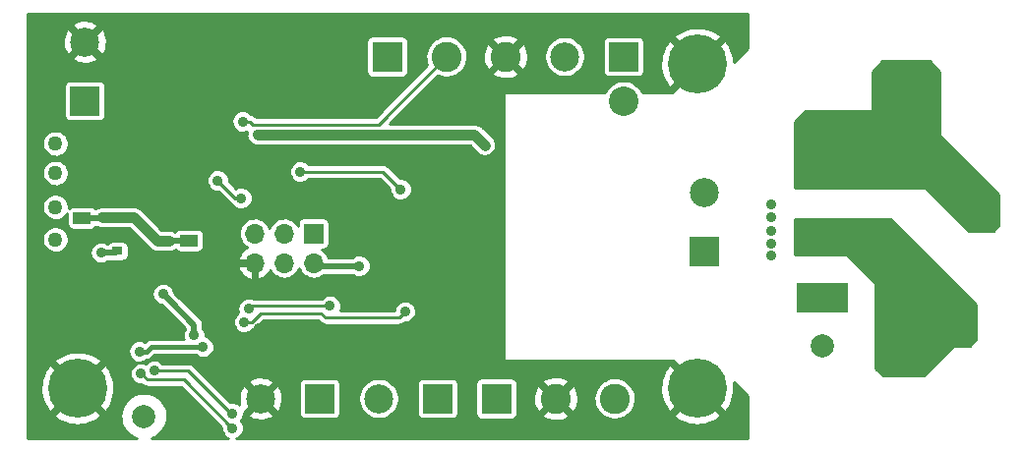
<source format=gbl>
G04 #@! TF.GenerationSoftware,KiCad,Pcbnew,(5.99.0-273-g43768b71c)*
G04 #@! TF.CreationDate,2019-11-20T15:23:38-05:00*
G04 #@! TF.ProjectId,Plasma_Pilot3,506c6173-6d61-45f5-9069-6c6f74332e6b,rev?*
G04 #@! TF.SameCoordinates,Original*
G04 #@! TF.FileFunction,Copper,L2,Bot*
G04 #@! TF.FilePolarity,Positive*
%FSLAX46Y46*%
G04 Gerber Fmt 4.6, Leading zero omitted, Abs format (unit mm)*
G04 Created by KiCad (PCBNEW (5.99.0-273-g43768b71c)) date 2019-11-20 15:23:38*
%MOMM*%
%LPD*%
G04 APERTURE LIST*
%ADD10C,2.540000*%
%ADD11C,4.064000*%
%ADD12C,5.080000*%
%ADD13C,1.270000*%
%ADD14C,2.500000*%
%ADD15O,4.500000X2.500000*%
%ADD16R,4.500000X2.500000*%
%ADD17C,2.000000*%
%ADD18O,1.700000X1.700000*%
%ADD19R,1.700000X1.700000*%
%ADD20R,1.500000X1.000000*%
%ADD21C,2.600000*%
%ADD22R,2.600000X2.600000*%
%ADD23R,0.900000X0.700000*%
%ADD24R,2.500000X2.500000*%
%ADD25C,0.889000*%
%ADD26C,0.254000*%
%ADD27C,0.508000*%
%ADD28C,0.381000*%
%ADD29C,0.889000*%
G04 APERTURE END LIST*
D10*
X171450000Y-92710000D03*
D11*
X195580000Y-91567000D03*
X195580000Y-114173000D03*
D12*
X124460000Y-117475000D03*
X177800000Y-117475000D03*
X177800000Y-89535000D03*
D13*
X122555000Y-96393000D03*
X122555000Y-98933000D03*
X122555000Y-101854000D03*
X122555000Y-104648000D03*
D14*
X202141000Y-101680000D03*
X199941000Y-111680000D03*
D15*
X188569600Y-98817000D03*
X188569600Y-104267000D03*
D16*
X188569600Y-109717000D03*
D17*
X195580000Y-96981000D03*
X195580000Y-106981000D03*
X130175000Y-119888000D03*
X188595000Y-94615000D03*
X188595000Y-113792000D03*
D18*
X139700000Y-106680000D03*
X139700000Y-104140000D03*
X142240000Y-106680000D03*
X142240000Y-104140000D03*
X144780000Y-106680000D03*
D19*
X144780000Y-104140000D03*
D20*
X124841000Y-104709000D03*
X124841000Y-102809000D03*
X134061200Y-102834400D03*
X134061200Y-104734400D03*
D21*
X161290000Y-88900000D03*
X156210000Y-88900000D03*
D22*
X151130000Y-88900000D03*
D21*
X170688000Y-118364000D03*
X165608000Y-118364000D03*
D22*
X160528000Y-118364000D03*
D23*
X127889000Y-104152000D03*
X127889000Y-105652000D03*
D24*
X155448000Y-118364000D03*
D14*
X150368000Y-118364000D03*
D24*
X125095000Y-92710000D03*
D14*
X125095000Y-87630000D03*
D24*
X145288000Y-118364000D03*
D14*
X140208000Y-118364000D03*
D24*
X178435000Y-105664000D03*
D14*
X178435000Y-100584000D03*
D24*
X171450000Y-88900000D03*
D14*
X166370000Y-88900000D03*
D25*
X184150000Y-101600000D03*
X184150000Y-106045000D03*
X184150000Y-105029000D03*
X184150000Y-103886000D03*
X184150000Y-102743000D03*
X143002000Y-90170000D03*
X140081000Y-86106000D03*
X140081000Y-87630000D03*
X141351000Y-88773000D03*
X143129000Y-88773000D03*
X144653000Y-88646000D03*
X145669000Y-87376000D03*
X145669000Y-86106000D03*
X156845000Y-93980000D03*
X159893000Y-93853000D03*
X126746000Y-101092000D03*
X131826000Y-109347000D03*
X131191000Y-108204000D03*
X131191000Y-106172000D03*
X135255000Y-113919000D03*
X129794000Y-114300000D03*
X129921000Y-116205000D03*
X137795000Y-120904000D03*
X152273000Y-100330000D03*
X143637000Y-98806000D03*
X131064000Y-115951000D03*
X137795000Y-119634000D03*
X153162000Y-98425000D03*
X153035000Y-101600000D03*
X156845000Y-109347000D03*
X148717000Y-106934000D03*
X138557000Y-101092000D03*
X136525000Y-99568000D03*
X134493000Y-112903000D03*
X159512000Y-96520000D03*
X139954000Y-95631000D03*
X138684000Y-94488000D03*
X147574000Y-93726000D03*
X152400000Y-114935000D03*
X154178000Y-114935000D03*
X158369000Y-115062000D03*
X154305000Y-108458000D03*
X131064000Y-112903000D03*
X132080000Y-118491000D03*
X152654000Y-110871000D03*
X138811000Y-111760000D03*
X139192000Y-110617000D03*
X146177000Y-110363000D03*
X132461000Y-102743000D03*
X132334000Y-104775000D03*
X160147000Y-105029000D03*
X126492000Y-105791000D03*
X126619000Y-102743000D03*
X126619000Y-104140000D03*
X140081000Y-112268000D03*
D26*
X150368000Y-94742000D02*
X139566617Y-94742000D01*
X156083000Y-89027000D02*
X150368000Y-94742000D01*
X139312617Y-94488000D02*
X138684000Y-94488000D01*
X139566617Y-94742000D02*
X139312617Y-94488000D01*
D27*
X134493000Y-112014000D02*
X132454617Y-109975617D01*
X134493000Y-112903000D02*
X134493000Y-112014000D01*
X132454617Y-109975617D02*
X131826000Y-109347000D01*
D28*
X130803617Y-113919000D02*
X130422617Y-114300000D01*
X135255000Y-113919000D02*
X130803617Y-113919000D01*
X130422617Y-114300000D02*
X129794000Y-114300000D01*
D26*
X137668000Y-119634000D02*
X133985000Y-115951000D01*
X137795000Y-119634000D02*
X137668000Y-119634000D01*
X133985000Y-115951000D02*
X131064000Y-115951000D01*
X133604000Y-116713000D02*
X130429000Y-116713000D01*
X130429000Y-116713000D02*
X130365499Y-116649499D01*
X130365499Y-116649499D02*
X129921000Y-116205000D01*
X137795000Y-120904000D02*
X133604000Y-116713000D01*
X150749000Y-98806000D02*
X152273000Y-100330000D01*
X143637000Y-98806000D02*
X150749000Y-98806000D01*
D27*
X145034000Y-106934000D02*
X144780000Y-106680000D01*
X148717000Y-106934000D02*
X145034000Y-106934000D01*
D26*
X138049000Y-101092000D02*
X138557000Y-101092000D01*
X136525000Y-99568000D02*
X138049000Y-101092000D01*
D29*
X129286000Y-102743000D02*
X131318000Y-104775000D01*
X131318000Y-104775000D02*
X132334000Y-104775000D01*
X126619000Y-102743000D02*
X129286000Y-102743000D01*
X158623000Y-95631000D02*
X159512000Y-96520000D01*
X139954000Y-95631000D02*
X158623000Y-95631000D01*
D26*
X152146000Y-111379000D02*
X152654000Y-110871000D01*
X145796000Y-111379000D02*
X152146000Y-111379000D01*
X145415000Y-110998000D02*
X145796000Y-111379000D01*
X140201617Y-110998000D02*
X145415000Y-110998000D01*
X138811000Y-111760000D02*
X139439617Y-111760000D01*
X139439617Y-111760000D02*
X140201617Y-110998000D01*
X146177000Y-110363000D02*
X139446000Y-110363000D01*
X139446000Y-110363000D02*
X139192000Y-110617000D01*
D27*
X132552400Y-102834400D02*
X132461000Y-102743000D01*
X134061200Y-102834400D02*
X132552400Y-102834400D01*
X132334000Y-104775000D02*
X134020600Y-104775000D01*
X134020600Y-104775000D02*
X134061200Y-104734400D01*
X126492000Y-105791000D02*
X127750000Y-105791000D01*
X127750000Y-105791000D02*
X127889000Y-105652000D01*
X126553000Y-102809000D02*
X126619000Y-102743000D01*
X124841000Y-102809000D02*
X126553000Y-102809000D01*
X126619000Y-104140000D02*
X127877000Y-104140000D01*
X127877000Y-104140000D02*
X127889000Y-104152000D01*
G36*
X182119000Y-88212810D02*
G01*
X180974230Y-89357580D01*
X180933731Y-88999341D01*
X180852948Y-88648036D01*
X180732916Y-88308135D01*
X180575178Y-87984006D01*
X180381761Y-87679817D01*
X180178036Y-87427786D01*
X175684667Y-91921155D01*
X175722922Y-91949000D01*
X173056625Y-91949000D01*
X172969827Y-91778650D01*
X172805419Y-91552362D01*
X172607638Y-91354581D01*
X172381351Y-91190173D01*
X172132131Y-91063189D01*
X171866115Y-90976756D01*
X171589853Y-90933000D01*
X171310147Y-90933000D01*
X171033885Y-90976756D01*
X170767869Y-91063189D01*
X170518649Y-91190173D01*
X170292362Y-91354581D01*
X170094581Y-91552362D01*
X169930173Y-91778650D01*
X169843375Y-91949000D01*
X161164000Y-91949000D01*
X161164000Y-115061000D01*
X175738881Y-115061000D01*
X175694226Y-115098404D01*
X180175728Y-119579906D01*
X180294947Y-119445390D01*
X180501964Y-119150288D01*
X180674243Y-118833649D01*
X180809570Y-118499541D01*
X180906206Y-118152262D01*
X180963124Y-117794914D01*
X180974380Y-117298904D01*
X180938521Y-116981711D01*
X182119000Y-118162190D01*
X182119000Y-121794000D01*
X138142178Y-121794000D01*
X138334846Y-121698359D01*
X138528578Y-121523922D01*
X138668265Y-121303812D01*
X138743807Y-121053602D01*
X138746733Y-120774302D01*
X138676446Y-120522564D01*
X138541400Y-120299577D01*
X138510304Y-120270376D01*
X138528578Y-120253922D01*
X138668265Y-120033812D01*
X138728202Y-119835287D01*
X139007534Y-119835287D01*
X139326866Y-120035217D01*
X139583567Y-120147101D01*
X139853985Y-120219812D01*
X140132179Y-120251755D01*
X140412041Y-120242226D01*
X140687419Y-120191436D01*
X140952265Y-120100500D01*
X141200761Y-119971418D01*
X141400063Y-119826884D01*
X140208000Y-118634822D01*
X139007534Y-119835287D01*
X138728202Y-119835287D01*
X138743807Y-119783602D01*
X138746202Y-119554977D01*
X139937178Y-118364000D01*
X140478822Y-118364000D01*
X141669674Y-119554853D01*
X141796062Y-119387437D01*
X141929892Y-119141465D01*
X142025896Y-118878413D01*
X142082295Y-118602434D01*
X142092447Y-118227275D01*
X142051054Y-117948650D01*
X141969418Y-117680792D01*
X141849085Y-117427942D01*
X141674379Y-117168442D01*
X140478822Y-118364000D01*
X139937178Y-118364000D01*
X138744553Y-117171375D01*
X138593691Y-117382485D01*
X138466346Y-117631876D01*
X138377261Y-117897350D01*
X138328395Y-118173077D01*
X138320821Y-118452997D01*
X138354705Y-118730962D01*
X138400727Y-118897477D01*
X138351363Y-118851121D01*
X138120337Y-118730343D01*
X137865341Y-118676142D01*
X137622057Y-118691447D01*
X135833248Y-116902638D01*
X139017459Y-116902638D01*
X140208000Y-118093178D01*
X141199588Y-117101590D01*
X143523536Y-117101590D01*
X143523536Y-119626410D01*
X143560417Y-119811822D01*
X143672473Y-119979527D01*
X143840178Y-120091583D01*
X144025590Y-120128464D01*
X146550410Y-120128464D01*
X146735822Y-120091583D01*
X146903527Y-119979527D01*
X147015583Y-119811822D01*
X147052464Y-119626410D01*
X147052464Y-118225722D01*
X148611000Y-118225722D01*
X148611000Y-118502278D01*
X148654264Y-118775432D01*
X148739724Y-119038454D01*
X148865279Y-119284868D01*
X149027836Y-119508608D01*
X149223392Y-119704164D01*
X149447132Y-119866721D01*
X149693546Y-119992276D01*
X149956568Y-120077736D01*
X150229722Y-120121000D01*
X150506278Y-120121000D01*
X150779432Y-120077736D01*
X151042454Y-119992276D01*
X151288868Y-119866721D01*
X151512608Y-119704164D01*
X151708164Y-119508608D01*
X151870721Y-119284868D01*
X151996276Y-119038454D01*
X152081736Y-118775432D01*
X152125000Y-118502278D01*
X152125000Y-118225722D01*
X152081736Y-117952568D01*
X151996276Y-117689546D01*
X151870721Y-117443132D01*
X151708164Y-117219392D01*
X151590362Y-117101590D01*
X153683536Y-117101590D01*
X153683536Y-119626410D01*
X153720417Y-119811822D01*
X153832473Y-119979527D01*
X154000178Y-120091583D01*
X154185590Y-120128464D01*
X156710410Y-120128464D01*
X156895822Y-120091583D01*
X157063527Y-119979527D01*
X157175583Y-119811822D01*
X157212464Y-119626410D01*
X157212464Y-117101590D01*
X157202519Y-117051590D01*
X158713536Y-117051590D01*
X158713536Y-119676410D01*
X158750417Y-119861822D01*
X158862473Y-120029527D01*
X159030178Y-120141583D01*
X159215590Y-120178464D01*
X161840410Y-120178464D01*
X162025822Y-120141583D01*
X162193527Y-120029527D01*
X162299070Y-119871569D01*
X164371253Y-119871569D01*
X164703482Y-120079571D01*
X164966995Y-120194423D01*
X165244590Y-120269064D01*
X165530168Y-120301854D01*
X165817455Y-120292072D01*
X166100143Y-120239935D01*
X166372018Y-120146586D01*
X166627108Y-120014077D01*
X166835863Y-119862685D01*
X165608000Y-118634822D01*
X164371253Y-119871569D01*
X162299070Y-119871569D01*
X162305583Y-119861822D01*
X162342464Y-119676410D01*
X162342464Y-118455359D01*
X163670737Y-118455359D01*
X163705520Y-118740701D01*
X163782097Y-119017768D01*
X163898785Y-119280472D01*
X164101652Y-119599526D01*
X165337178Y-118364000D01*
X165878822Y-118364000D01*
X167105377Y-119590555D01*
X167238209Y-119414597D01*
X167375590Y-119162098D01*
X167474142Y-118892065D01*
X167532029Y-118608805D01*
X167540107Y-118310235D01*
X168876488Y-118310235D01*
X168889199Y-118584865D01*
X168943304Y-118854412D01*
X169037559Y-119112673D01*
X169169793Y-119353706D01*
X169336967Y-119571964D01*
X169535229Y-119762423D01*
X169760019Y-119920702D01*
X170006165Y-120043157D01*
X170268001Y-120126972D01*
X170539502Y-120170216D01*
X170814421Y-120171895D01*
X171086430Y-120131971D01*
X171349270Y-120051362D01*
X171596893Y-119931923D01*
X171700053Y-119861155D01*
X175684667Y-119861155D01*
X176077811Y-120147314D01*
X176391396Y-120325093D01*
X176723090Y-120466231D01*
X177068630Y-120568913D01*
X177423572Y-120631818D01*
X177783354Y-120654138D01*
X178143350Y-120635587D01*
X178498931Y-120576401D01*
X178845527Y-120477344D01*
X179178681Y-120339688D01*
X179494110Y-120165202D01*
X179787760Y-119956131D01*
X179904964Y-119850786D01*
X177800000Y-117745822D01*
X175684667Y-119861155D01*
X171700053Y-119861155D01*
X171823600Y-119776402D01*
X172024175Y-119588379D01*
X172194002Y-119372180D01*
X172329171Y-119132781D01*
X172426575Y-118875690D01*
X172484350Y-118605037D01*
X172495483Y-118229921D01*
X172453860Y-117956319D01*
X172371876Y-117693904D01*
X172251142Y-117446909D01*
X172220593Y-117402873D01*
X174621637Y-117402873D01*
X174633902Y-117763137D01*
X174686872Y-118119697D01*
X174779866Y-118467970D01*
X174911688Y-118803475D01*
X175080641Y-119121902D01*
X175284557Y-119419156D01*
X175424153Y-119580024D01*
X177529178Y-117475000D01*
X175417314Y-115363136D01*
X175158149Y-115706435D01*
X174974924Y-116016870D01*
X174828019Y-116346050D01*
X174719322Y-116689745D01*
X174650233Y-117043535D01*
X174621637Y-117402873D01*
X172220593Y-117402873D01*
X172094436Y-117221020D01*
X171905366Y-117021432D01*
X171688281Y-116852741D01*
X171448178Y-116718826D01*
X171190581Y-116622770D01*
X170921417Y-116566784D01*
X170646883Y-116552157D01*
X170373296Y-116579223D01*
X170106950Y-116647362D01*
X169853975Y-116755003D01*
X169620194Y-116899672D01*
X169410985Y-117078038D01*
X169231163Y-117285997D01*
X169084865Y-117518762D01*
X168975459Y-117770980D01*
X168905464Y-118036843D01*
X168876488Y-118310235D01*
X167540107Y-118310235D01*
X167542452Y-118223603D01*
X167499967Y-117937627D01*
X167416164Y-117662660D01*
X167292639Y-117403099D01*
X167110405Y-117132417D01*
X165878822Y-118364000D01*
X165337178Y-118364000D01*
X164108710Y-117135532D01*
X163950849Y-117356436D01*
X163820123Y-117612447D01*
X163728675Y-117884966D01*
X163678512Y-118168010D01*
X163670737Y-118455359D01*
X162342464Y-118455359D01*
X162342464Y-117051590D01*
X162305742Y-116866973D01*
X164381795Y-116866973D01*
X165608000Y-118093178D01*
X166833493Y-116867685D01*
X166714848Y-116771448D01*
X166467300Y-116625339D01*
X166200871Y-116517425D01*
X165921417Y-116450075D01*
X165635078Y-116424773D01*
X165348145Y-116442071D01*
X165066920Y-116501590D01*
X164797581Y-116602024D01*
X164546047Y-116741166D01*
X164381795Y-116866973D01*
X162305742Y-116866973D01*
X162305583Y-116866178D01*
X162193527Y-116698473D01*
X162025822Y-116586417D01*
X161840410Y-116549536D01*
X159215590Y-116549536D01*
X159030178Y-116586417D01*
X158862473Y-116698473D01*
X158750417Y-116866178D01*
X158713536Y-117051590D01*
X157202519Y-117051590D01*
X157175583Y-116916178D01*
X157063527Y-116748473D01*
X156895822Y-116636417D01*
X156710410Y-116599536D01*
X154185590Y-116599536D01*
X154000178Y-116636417D01*
X153832473Y-116748473D01*
X153720417Y-116916178D01*
X153683536Y-117101590D01*
X151590362Y-117101590D01*
X151512608Y-117023836D01*
X151288868Y-116861279D01*
X151042454Y-116735724D01*
X150779432Y-116650264D01*
X150506278Y-116607000D01*
X150229722Y-116607000D01*
X149956568Y-116650264D01*
X149693546Y-116735724D01*
X149447132Y-116861279D01*
X149223392Y-117023836D01*
X149027836Y-117219392D01*
X148865279Y-117443132D01*
X148739724Y-117689546D01*
X148654264Y-117952568D01*
X148611000Y-118225722D01*
X147052464Y-118225722D01*
X147052464Y-117101590D01*
X147015583Y-116916178D01*
X146903527Y-116748473D01*
X146735822Y-116636417D01*
X146550410Y-116599536D01*
X144025590Y-116599536D01*
X143840178Y-116636417D01*
X143672473Y-116748473D01*
X143560417Y-116916178D01*
X143523536Y-117101590D01*
X141199588Y-117101590D01*
X141413464Y-116887715D01*
X141045084Y-116670289D01*
X140785543Y-116565164D01*
X140513314Y-116499556D01*
X140234378Y-116474908D01*
X139954863Y-116491759D01*
X139680908Y-116549739D01*
X139418533Y-116647577D01*
X139173502Y-116783121D01*
X139017459Y-116902638D01*
X135833248Y-116902638D01*
X134452880Y-115522270D01*
X134398813Y-115457836D01*
X134325959Y-115415774D01*
X134257072Y-115367539D01*
X134229716Y-115360208D01*
X134205185Y-115346045D01*
X134122345Y-115331438D01*
X134041108Y-115309671D01*
X133957331Y-115317000D01*
X131778904Y-115317000D01*
X131620363Y-115168121D01*
X131389337Y-115047343D01*
X131134341Y-114993142D01*
X130874163Y-115009510D01*
X130627970Y-115095244D01*
X130413903Y-115244025D01*
X130330211Y-115345191D01*
X130246337Y-115301343D01*
X129991341Y-115247142D01*
X129865591Y-115255053D01*
X130100340Y-115210272D01*
X130333846Y-115094359D01*
X130437988Y-115000589D01*
X130464088Y-114997500D01*
X130480507Y-114997500D01*
X130520925Y-114990772D01*
X130625502Y-114978395D01*
X130637335Y-114971397D01*
X130651669Y-114969011D01*
X130856026Y-114858746D01*
X130926228Y-114782802D01*
X131092531Y-114616500D01*
X134596149Y-114616500D01*
X134801145Y-114765437D01*
X135045487Y-114856307D01*
X135305266Y-114878121D01*
X135561340Y-114829272D01*
X135794846Y-114713359D01*
X135988578Y-114538922D01*
X136128265Y-114318812D01*
X136203807Y-114068602D01*
X136206733Y-113789302D01*
X136136446Y-113537564D01*
X136001400Y-113314577D01*
X135811363Y-113136121D01*
X135580337Y-113015343D01*
X135442504Y-112986046D01*
X135444733Y-112773302D01*
X135374446Y-112521564D01*
X135254000Y-112322685D01*
X135254000Y-111953598D01*
X135253999Y-111953592D01*
X135253999Y-111893470D01*
X135235264Y-111835808D01*
X135225776Y-111775907D01*
X135212547Y-111749942D01*
X137850615Y-111749942D01*
X137883289Y-112008580D01*
X137984311Y-112248902D01*
X138146240Y-112453206D01*
X138357145Y-112606437D01*
X138601487Y-112697307D01*
X138861266Y-112719121D01*
X139117340Y-112670272D01*
X139350846Y-112554359D01*
X139531428Y-112391763D01*
X139576962Y-112379562D01*
X139659802Y-112364955D01*
X139684333Y-112350792D01*
X139711689Y-112343461D01*
X139780576Y-112295226D01*
X139853430Y-112253164D01*
X139907492Y-112188736D01*
X140464229Y-111632000D01*
X145152390Y-111632000D01*
X145328120Y-111807730D01*
X145382187Y-111872164D01*
X145455025Y-111914216D01*
X145523928Y-111962462D01*
X145551281Y-111969791D01*
X145575813Y-111983955D01*
X145658660Y-111998563D01*
X145739890Y-112020329D01*
X145823664Y-112013000D01*
X152118331Y-112013000D01*
X152202108Y-112020329D01*
X152283345Y-111998562D01*
X152366185Y-111983955D01*
X152390716Y-111969792D01*
X152418072Y-111962461D01*
X152486959Y-111914226D01*
X152559813Y-111872164D01*
X152602278Y-111821557D01*
X152704266Y-111830121D01*
X152960340Y-111781272D01*
X153193846Y-111665359D01*
X153387578Y-111490922D01*
X153527265Y-111270812D01*
X153602807Y-111020602D01*
X153605733Y-110741302D01*
X153535446Y-110489564D01*
X153400400Y-110266577D01*
X153210363Y-110088121D01*
X152979337Y-109967343D01*
X152724341Y-109913142D01*
X152464163Y-109929510D01*
X152217970Y-110015244D01*
X152003903Y-110164025D01*
X151837731Y-110364892D01*
X151731698Y-110603047D01*
X151710736Y-110745000D01*
X147055643Y-110745000D01*
X147125807Y-110512602D01*
X147128733Y-110233302D01*
X147058446Y-109981564D01*
X146923400Y-109758577D01*
X146733363Y-109580121D01*
X146502337Y-109459343D01*
X146247341Y-109405142D01*
X145987163Y-109421510D01*
X145740970Y-109507244D01*
X145526903Y-109656025D01*
X145466533Y-109729000D01*
X139547287Y-109729000D01*
X139517337Y-109713343D01*
X139262341Y-109659142D01*
X139002163Y-109675510D01*
X138755970Y-109761244D01*
X138541903Y-109910025D01*
X138375731Y-110110892D01*
X138269698Y-110349047D01*
X138231615Y-110606942D01*
X138264289Y-110865579D01*
X138301892Y-110955035D01*
X138160903Y-111053025D01*
X137994731Y-111253892D01*
X137888698Y-111492047D01*
X137850615Y-111749942D01*
X135212547Y-111749942D01*
X135198248Y-111721879D01*
X135179508Y-111664205D01*
X135143862Y-111615144D01*
X135116336Y-111561120D01*
X134959991Y-111404776D01*
X133034399Y-109479185D01*
X133034393Y-109479177D01*
X132777679Y-109222464D01*
X132777733Y-109217302D01*
X132707446Y-108965564D01*
X132572400Y-108742577D01*
X132382363Y-108564121D01*
X132151337Y-108443343D01*
X131896341Y-108389142D01*
X131636163Y-108405510D01*
X131389970Y-108491244D01*
X131175903Y-108640025D01*
X131009731Y-108840892D01*
X130903698Y-109079047D01*
X130865615Y-109336942D01*
X130898289Y-109595580D01*
X130999311Y-109835902D01*
X131161240Y-110040206D01*
X131372145Y-110193437D01*
X131616487Y-110284307D01*
X131693565Y-110290780D01*
X131958177Y-110555393D01*
X131958185Y-110555399D01*
X133732000Y-112329215D01*
X133732000Y-112330083D01*
X133676731Y-112396892D01*
X133570698Y-112635047D01*
X133532615Y-112892942D01*
X133565289Y-113151580D01*
X133594681Y-113221500D01*
X130878033Y-113221500D01*
X130836927Y-113212650D01*
X130762154Y-113221500D01*
X130745727Y-113221500D01*
X130705295Y-113228230D01*
X130600730Y-113240606D01*
X130588901Y-113247602D01*
X130574565Y-113249988D01*
X130370208Y-113360254D01*
X130299993Y-113436212D01*
X130264153Y-113472052D01*
X130119337Y-113396343D01*
X129864341Y-113342142D01*
X129604163Y-113358510D01*
X129357970Y-113444244D01*
X129143903Y-113593025D01*
X128977731Y-113793892D01*
X128871698Y-114032047D01*
X128833615Y-114289942D01*
X128866289Y-114548580D01*
X128967311Y-114788902D01*
X129129240Y-114993206D01*
X129340145Y-115146437D01*
X129584487Y-115237307D01*
X129825704Y-115257562D01*
X129731163Y-115263510D01*
X129484970Y-115349244D01*
X129270903Y-115498025D01*
X129104731Y-115698892D01*
X128998698Y-115937047D01*
X128960615Y-116194942D01*
X128993289Y-116453580D01*
X129094311Y-116693902D01*
X129256240Y-116898206D01*
X129467145Y-117051437D01*
X129711487Y-117142307D01*
X129971266Y-117164121D01*
X129978716Y-117162700D01*
X130015187Y-117206164D01*
X130088041Y-117248226D01*
X130156928Y-117296461D01*
X130184283Y-117303791D01*
X130208814Y-117317955D01*
X130291658Y-117332563D01*
X130372891Y-117354329D01*
X130456668Y-117347000D01*
X133341390Y-117347000D01*
X136841527Y-120847137D01*
X136834615Y-120893942D01*
X136867289Y-121152580D01*
X136968311Y-121392902D01*
X137130240Y-121597206D01*
X137341145Y-121750437D01*
X137458282Y-121794000D01*
X130831018Y-121794000D01*
X131016046Y-121725005D01*
X131272421Y-121584354D01*
X131505805Y-121408166D01*
X131711311Y-121200134D01*
X131884635Y-120964614D01*
X132022144Y-120706541D01*
X132120958Y-120431321D01*
X132179348Y-120143038D01*
X132190459Y-119745245D01*
X132148252Y-119454152D01*
X132064956Y-119173845D01*
X131942067Y-118908498D01*
X131782161Y-118663671D01*
X131588588Y-118444492D01*
X131365403Y-118255551D01*
X131117280Y-118100808D01*
X130849418Y-117983503D01*
X130567428Y-117906095D01*
X130277217Y-117870205D01*
X129984865Y-117876583D01*
X129696496Y-117925098D01*
X129418151Y-118014734D01*
X129155660Y-118143610D01*
X128914524Y-118309030D01*
X128699793Y-118507525D01*
X128515964Y-118734940D01*
X128366890Y-118986509D01*
X128255693Y-119256963D01*
X128184702Y-119540637D01*
X128155404Y-119831588D01*
X128168415Y-120123719D01*
X128223459Y-120410914D01*
X128319387Y-120687154D01*
X128454185Y-120946653D01*
X128625032Y-121183974D01*
X128828349Y-121394147D01*
X129059876Y-121572769D01*
X129314763Y-121716097D01*
X129517178Y-121794000D01*
X120141000Y-121794000D01*
X120141000Y-119861155D01*
X122344667Y-119861155D01*
X122737811Y-120147314D01*
X123051396Y-120325093D01*
X123383090Y-120466231D01*
X123728630Y-120568913D01*
X124083572Y-120631818D01*
X124443354Y-120654138D01*
X124803350Y-120635587D01*
X125158931Y-120576401D01*
X125505527Y-120477344D01*
X125838681Y-120339688D01*
X126154110Y-120165202D01*
X126447760Y-119956131D01*
X126564964Y-119850786D01*
X124460000Y-117745822D01*
X122344667Y-119861155D01*
X120141000Y-119861155D01*
X120141000Y-117402873D01*
X121281637Y-117402873D01*
X121293902Y-117763137D01*
X121346872Y-118119697D01*
X121439866Y-118467970D01*
X121571688Y-118803475D01*
X121740641Y-119121902D01*
X121944557Y-119419156D01*
X122084153Y-119580024D01*
X124189178Y-117475000D01*
X124730822Y-117475000D01*
X126835728Y-119579906D01*
X126954947Y-119445390D01*
X127161964Y-119150288D01*
X127334243Y-118833649D01*
X127469570Y-118499541D01*
X127566206Y-118152262D01*
X127623124Y-117794914D01*
X127634380Y-117298904D01*
X127593731Y-116939341D01*
X127512948Y-116588036D01*
X127392916Y-116248135D01*
X127235178Y-115924006D01*
X127041761Y-115619817D01*
X126838036Y-115367786D01*
X124730822Y-117475000D01*
X124189178Y-117475000D01*
X122077314Y-115363136D01*
X121818149Y-115706435D01*
X121634924Y-116016870D01*
X121488019Y-116346050D01*
X121379322Y-116689745D01*
X121310233Y-117043535D01*
X121281637Y-117402873D01*
X120141000Y-117402873D01*
X120141000Y-115098404D01*
X122354226Y-115098404D01*
X124460000Y-117204178D01*
X126569102Y-115095076D01*
X126274403Y-114864417D01*
X125967212Y-114675802D01*
X125640646Y-114523174D01*
X125298900Y-114408496D01*
X124946370Y-114333243D01*
X124587587Y-114298379D01*
X124227162Y-114304356D01*
X123869732Y-114351095D01*
X123519891Y-114437996D01*
X123182135Y-114563942D01*
X122860808Y-114727313D01*
X122560041Y-114926010D01*
X122354226Y-115098404D01*
X120141000Y-115098404D01*
X120141000Y-106871500D01*
X138218441Y-106871500D01*
X138290097Y-107159970D01*
X138391123Y-107390662D01*
X138529575Y-107601033D01*
X138701493Y-107785071D01*
X138901960Y-107937510D01*
X139125246Y-108053992D01*
X139508500Y-108177412D01*
X139508500Y-106871500D01*
X138218441Y-106871500D01*
X120141000Y-106871500D01*
X120141000Y-104744022D01*
X121411505Y-104744022D01*
X121451934Y-104964299D01*
X121534377Y-105172528D01*
X121655697Y-105360779D01*
X121811270Y-105521880D01*
X121995172Y-105649695D01*
X122200397Y-105739356D01*
X122419130Y-105787447D01*
X122643037Y-105792137D01*
X122706526Y-105780942D01*
X125531615Y-105780942D01*
X125564289Y-106039580D01*
X125665311Y-106279902D01*
X125827240Y-106484206D01*
X126038145Y-106637437D01*
X126282487Y-106728307D01*
X126542266Y-106750121D01*
X126798340Y-106701272D01*
X127031846Y-106585359D01*
X127068895Y-106552000D01*
X127810402Y-106552000D01*
X127810408Y-106551999D01*
X127870529Y-106551999D01*
X127928193Y-106533263D01*
X127988093Y-106523776D01*
X128002444Y-106516464D01*
X128351410Y-106516464D01*
X128491993Y-106488500D01*
X138214386Y-106488500D01*
X139891500Y-106488500D01*
X139891500Y-108155011D01*
X140113022Y-108110948D01*
X140348216Y-108020901D01*
X140564877Y-107892512D01*
X140756807Y-107729455D01*
X140918521Y-107536391D01*
X141041722Y-107325136D01*
X141049506Y-107342620D01*
X141185662Y-107542966D01*
X141355142Y-107716035D01*
X141552593Y-107856355D01*
X141771772Y-107959493D01*
X142005751Y-108022187D01*
X142247134Y-108042457D01*
X142488292Y-108019661D01*
X142721601Y-107954519D01*
X142939687Y-107849093D01*
X143135658Y-107706712D01*
X143303317Y-107531878D01*
X143437367Y-107330117D01*
X143509610Y-107163172D01*
X143589506Y-107342620D01*
X143725662Y-107542966D01*
X143895142Y-107716035D01*
X144092593Y-107856355D01*
X144311772Y-107959493D01*
X144545751Y-108022187D01*
X144787134Y-108042457D01*
X145028292Y-108019661D01*
X145261601Y-107954519D01*
X145479687Y-107849093D01*
X145675658Y-107706712D01*
X145686889Y-107695000D01*
X148145550Y-107695000D01*
X148263145Y-107780437D01*
X148507487Y-107871307D01*
X148767266Y-107893121D01*
X149023340Y-107844272D01*
X149256846Y-107728359D01*
X149450578Y-107553922D01*
X149590265Y-107333812D01*
X149665807Y-107083602D01*
X149668733Y-106804302D01*
X149598446Y-106552564D01*
X149463400Y-106329577D01*
X149273363Y-106151121D01*
X149042337Y-106030343D01*
X148787341Y-105976142D01*
X148527163Y-105992510D01*
X148280970Y-106078244D01*
X148144634Y-106173000D01*
X146039340Y-106173000D01*
X146009751Y-106093439D01*
X145886444Y-105884940D01*
X145728165Y-105701570D01*
X145539914Y-105549129D01*
X145458669Y-105504464D01*
X145642410Y-105504464D01*
X145827822Y-105467583D01*
X145995527Y-105355527D01*
X146107583Y-105187822D01*
X146144464Y-105002410D01*
X146144464Y-103277590D01*
X146107583Y-103092178D01*
X145995527Y-102924473D01*
X145827822Y-102812417D01*
X145642410Y-102775536D01*
X143917590Y-102775536D01*
X143732178Y-102812417D01*
X143564473Y-102924473D01*
X143452417Y-103092178D01*
X143415536Y-103277590D01*
X143415536Y-103461767D01*
X143346444Y-103344940D01*
X143188165Y-103161570D01*
X142999914Y-103009129D01*
X142787644Y-102892432D01*
X142558064Y-102815169D01*
X142318430Y-102779783D01*
X142076316Y-102787392D01*
X141839378Y-102837755D01*
X141615102Y-102929280D01*
X141410577Y-103059075D01*
X141232270Y-103223036D01*
X141085816Y-103415983D01*
X140975846Y-103631813D01*
X140968252Y-103656966D01*
X140929751Y-103553439D01*
X140806444Y-103344940D01*
X140648165Y-103161570D01*
X140459914Y-103009129D01*
X140247644Y-102892432D01*
X140018064Y-102815169D01*
X139778430Y-102779783D01*
X139536316Y-102787392D01*
X139299378Y-102837755D01*
X139075102Y-102929280D01*
X138870577Y-103059075D01*
X138692270Y-103223036D01*
X138545816Y-103415983D01*
X138435846Y-103631813D01*
X138365832Y-103863707D01*
X138337992Y-104104335D01*
X138353201Y-104346089D01*
X138410981Y-104581330D01*
X138509506Y-104802620D01*
X138645662Y-105002966D01*
X138815142Y-105176035D01*
X139012593Y-105316355D01*
X139062320Y-105339755D01*
X138928470Y-105406053D01*
X138724854Y-105554261D01*
X138549120Y-105734656D01*
X138406293Y-105942083D01*
X138300457Y-106170609D01*
X138214386Y-106488500D01*
X128491993Y-106488500D01*
X128536822Y-106479583D01*
X128704527Y-106367527D01*
X128816583Y-106199822D01*
X128853464Y-106014410D01*
X128853464Y-105289590D01*
X128816583Y-105104178D01*
X128704527Y-104936473D01*
X128536822Y-104824417D01*
X128351410Y-104787536D01*
X127426590Y-104787536D01*
X127241178Y-104824417D01*
X127073473Y-104936473D01*
X127031493Y-104999301D01*
X126817337Y-104887343D01*
X126562341Y-104833142D01*
X126302163Y-104849510D01*
X126055970Y-104935244D01*
X125841903Y-105084025D01*
X125675731Y-105284892D01*
X125569698Y-105523047D01*
X125531615Y-105780942D01*
X122706526Y-105780942D01*
X122863590Y-105753247D01*
X123072391Y-105672259D01*
X123261483Y-105552258D01*
X123423667Y-105397813D01*
X123552762Y-105214808D01*
X123643854Y-105010214D01*
X123693668Y-104790956D01*
X123697216Y-104536893D01*
X123653543Y-104316330D01*
X123568199Y-104109272D01*
X123444263Y-103922735D01*
X123286457Y-103763821D01*
X123100788Y-103638587D01*
X122894331Y-103551800D01*
X122674949Y-103506767D01*
X122450998Y-103505204D01*
X122231008Y-103547169D01*
X122023359Y-103631064D01*
X121835960Y-103753695D01*
X121675950Y-103910388D01*
X121549421Y-104095178D01*
X121461195Y-104301025D01*
X121414632Y-104520088D01*
X121411505Y-104744022D01*
X120141000Y-104744022D01*
X120141000Y-101950022D01*
X121411505Y-101950022D01*
X121451934Y-102170299D01*
X121534377Y-102378528D01*
X121655697Y-102566779D01*
X121811270Y-102727880D01*
X121995172Y-102855695D01*
X122200397Y-102945356D01*
X122419130Y-102993447D01*
X122643037Y-102998137D01*
X122863590Y-102959247D01*
X123072391Y-102878259D01*
X123261483Y-102758258D01*
X123423667Y-102603813D01*
X123552762Y-102420808D01*
X123576536Y-102367411D01*
X123576536Y-103321410D01*
X123613417Y-103506822D01*
X123725473Y-103674527D01*
X123893178Y-103786583D01*
X124078590Y-103823464D01*
X125603410Y-103823464D01*
X125788822Y-103786583D01*
X125956527Y-103674527D01*
X126026369Y-103570000D01*
X126138391Y-103570000D01*
X126165144Y-103589437D01*
X126198293Y-103601765D01*
X126232375Y-103622896D01*
X126285444Y-103634176D01*
X126409488Y-103680307D01*
X126563155Y-103693210D01*
X126569205Y-103694500D01*
X126578508Y-103694500D01*
X126669266Y-103702121D01*
X126709217Y-103694500D01*
X128891877Y-103694500D01*
X130630223Y-105432847D01*
X130705794Y-105515030D01*
X130778440Y-105560073D01*
X130846516Y-105611746D01*
X130888749Y-105628468D01*
X130931375Y-105654896D01*
X130983467Y-105665969D01*
X131088904Y-105707714D01*
X131348168Y-105734963D01*
X131398206Y-105726500D01*
X132293508Y-105726500D01*
X132384266Y-105734121D01*
X132487826Y-105714366D01*
X132592280Y-105700058D01*
X132615498Y-105690011D01*
X132640341Y-105685272D01*
X132734774Y-105638395D01*
X132831533Y-105596524D01*
X132851190Y-105580606D01*
X132873845Y-105569360D01*
X132905940Y-105540462D01*
X132945673Y-105599927D01*
X133113378Y-105711983D01*
X133298790Y-105748864D01*
X134823610Y-105748864D01*
X135009022Y-105711983D01*
X135176727Y-105599927D01*
X135288783Y-105432222D01*
X135325664Y-105246810D01*
X135325664Y-104221990D01*
X135288783Y-104036578D01*
X135176727Y-103868873D01*
X135009022Y-103756817D01*
X134823610Y-103719936D01*
X133298790Y-103719936D01*
X133113378Y-103756817D01*
X132945673Y-103868873D01*
X132870323Y-103981644D01*
X132805777Y-103947900D01*
X132720626Y-103895104D01*
X132693934Y-103889430D01*
X132659336Y-103871343D01*
X132404341Y-103817142D01*
X132303285Y-103823500D01*
X131712124Y-103823500D01*
X129973788Y-102085165D01*
X129898206Y-102002970D01*
X129825560Y-101957927D01*
X129757482Y-101906253D01*
X129715253Y-101889534D01*
X129672625Y-101863103D01*
X129620528Y-101852030D01*
X129515096Y-101810286D01*
X129255832Y-101783037D01*
X129205794Y-101791500D01*
X126719255Y-101791500D01*
X126689341Y-101785142D01*
X126588285Y-101791500D01*
X126553754Y-101791500D01*
X126524429Y-101795517D01*
X126429162Y-101801510D01*
X126395758Y-101813143D01*
X126360720Y-101817942D01*
X126273120Y-101855850D01*
X126182970Y-101887244D01*
X126153928Y-101907429D01*
X126121467Y-101921475D01*
X126047284Y-101981548D01*
X126002681Y-102012548D01*
X125956527Y-101943473D01*
X125788822Y-101831417D01*
X125603410Y-101794536D01*
X124078590Y-101794536D01*
X123893178Y-101831417D01*
X123725473Y-101943473D01*
X123693752Y-101990947D01*
X123697216Y-101742893D01*
X123653543Y-101522330D01*
X123568199Y-101315272D01*
X123444263Y-101128735D01*
X123286457Y-100969821D01*
X123100788Y-100844587D01*
X122894331Y-100757800D01*
X122674949Y-100712767D01*
X122450998Y-100711204D01*
X122231008Y-100753169D01*
X122023359Y-100837064D01*
X121835960Y-100959695D01*
X121675950Y-101116388D01*
X121549421Y-101301178D01*
X121461195Y-101507025D01*
X121414632Y-101726088D01*
X121411505Y-101950022D01*
X120141000Y-101950022D01*
X120141000Y-99029022D01*
X121411505Y-99029022D01*
X121451934Y-99249299D01*
X121534377Y-99457528D01*
X121655697Y-99645779D01*
X121811270Y-99806880D01*
X121995172Y-99934695D01*
X122200397Y-100024356D01*
X122419130Y-100072447D01*
X122643037Y-100077137D01*
X122863590Y-100038247D01*
X123072391Y-99957259D01*
X123261483Y-99837258D01*
X123423667Y-99682813D01*
X123511753Y-99557942D01*
X135564615Y-99557942D01*
X135597289Y-99816580D01*
X135698311Y-100056902D01*
X135860240Y-100261206D01*
X136071145Y-100414437D01*
X136315487Y-100505307D01*
X136575265Y-100527121D01*
X136585549Y-100525159D01*
X137581120Y-101520730D01*
X137635186Y-101585163D01*
X137708036Y-101627224D01*
X137776925Y-101675461D01*
X137804285Y-101682792D01*
X137816791Y-101690013D01*
X137892240Y-101785206D01*
X138103145Y-101938437D01*
X138347487Y-102029307D01*
X138607266Y-102051121D01*
X138863340Y-102002272D01*
X139096846Y-101886359D01*
X139290578Y-101711922D01*
X139430265Y-101491812D01*
X139505807Y-101241602D01*
X139508733Y-100962302D01*
X139438446Y-100710564D01*
X139303400Y-100487577D01*
X139113363Y-100309121D01*
X138882337Y-100188343D01*
X138627341Y-100134142D01*
X138367163Y-100150510D01*
X138120970Y-100236244D01*
X138102613Y-100249003D01*
X137474817Y-99621207D01*
X137476733Y-99438302D01*
X137406446Y-99186564D01*
X137271400Y-98963577D01*
X137092887Y-98795942D01*
X142676615Y-98795942D01*
X142709289Y-99054580D01*
X142810311Y-99294902D01*
X142972240Y-99499206D01*
X143183145Y-99652437D01*
X143427487Y-99743307D01*
X143687266Y-99765121D01*
X143943340Y-99716272D01*
X144176846Y-99600359D01*
X144354943Y-99440000D01*
X150486390Y-99440000D01*
X151319527Y-100273137D01*
X151312615Y-100319942D01*
X151345289Y-100578580D01*
X151446311Y-100818902D01*
X151608240Y-101023206D01*
X151819145Y-101176437D01*
X152063487Y-101267307D01*
X152323266Y-101289121D01*
X152579340Y-101240272D01*
X152812846Y-101124359D01*
X153006578Y-100949922D01*
X153146265Y-100729812D01*
X153221807Y-100479602D01*
X153224733Y-100200302D01*
X153154446Y-99948564D01*
X153019400Y-99725577D01*
X152829363Y-99547121D01*
X152598337Y-99426343D01*
X152343341Y-99372142D01*
X152219541Y-99379931D01*
X151216880Y-98377270D01*
X151162813Y-98312836D01*
X151089959Y-98270774D01*
X151021072Y-98222539D01*
X150993716Y-98215208D01*
X150969185Y-98201045D01*
X150886345Y-98186438D01*
X150805108Y-98164671D01*
X150721331Y-98172000D01*
X144351904Y-98172000D01*
X144193363Y-98023121D01*
X143962337Y-97902343D01*
X143707341Y-97848142D01*
X143447163Y-97864510D01*
X143200970Y-97950244D01*
X142986903Y-98099025D01*
X142820731Y-98299892D01*
X142714698Y-98538047D01*
X142676615Y-98795942D01*
X137092887Y-98795942D01*
X137081363Y-98785121D01*
X136850337Y-98664343D01*
X136595341Y-98610142D01*
X136335163Y-98626510D01*
X136088970Y-98712244D01*
X135874903Y-98861025D01*
X135708731Y-99061892D01*
X135602698Y-99300047D01*
X135564615Y-99557942D01*
X123511753Y-99557942D01*
X123552762Y-99499808D01*
X123643854Y-99295214D01*
X123693668Y-99075956D01*
X123697216Y-98821893D01*
X123653543Y-98601330D01*
X123568199Y-98394272D01*
X123444263Y-98207735D01*
X123286457Y-98048821D01*
X123100788Y-97923587D01*
X122894331Y-97836800D01*
X122674949Y-97791767D01*
X122450998Y-97790204D01*
X122231008Y-97832169D01*
X122023359Y-97916064D01*
X121835960Y-98038695D01*
X121675950Y-98195388D01*
X121549421Y-98380178D01*
X121461195Y-98586025D01*
X121414632Y-98805088D01*
X121411505Y-99029022D01*
X120141000Y-99029022D01*
X120141000Y-96489022D01*
X121411505Y-96489022D01*
X121451934Y-96709299D01*
X121534377Y-96917528D01*
X121655697Y-97105779D01*
X121811270Y-97266880D01*
X121995172Y-97394695D01*
X122200397Y-97484356D01*
X122419130Y-97532447D01*
X122643037Y-97537137D01*
X122863590Y-97498247D01*
X123072391Y-97417259D01*
X123261483Y-97297258D01*
X123423667Y-97142813D01*
X123552762Y-96959808D01*
X123643854Y-96755214D01*
X123693668Y-96535956D01*
X123697216Y-96281893D01*
X123653543Y-96061330D01*
X123568199Y-95854272D01*
X123444263Y-95667735D01*
X123286457Y-95508821D01*
X123100788Y-95383587D01*
X122894331Y-95296800D01*
X122674949Y-95251767D01*
X122450998Y-95250204D01*
X122231008Y-95292169D01*
X122023359Y-95376064D01*
X121835960Y-95498695D01*
X121675950Y-95655388D01*
X121549421Y-95840178D01*
X121461195Y-96046025D01*
X121414632Y-96265088D01*
X121411505Y-96489022D01*
X120141000Y-96489022D01*
X120141000Y-94477942D01*
X137723615Y-94477942D01*
X137756289Y-94736580D01*
X137857311Y-94976902D01*
X138019240Y-95181206D01*
X138230145Y-95334437D01*
X138474487Y-95425307D01*
X138734266Y-95447121D01*
X138990340Y-95398272D01*
X139029357Y-95378904D01*
X139026531Y-95398037D01*
X139014551Y-95431312D01*
X139007558Y-95526525D01*
X138993615Y-95620943D01*
X138998048Y-95656031D01*
X138995457Y-95691305D01*
X139014326Y-95784885D01*
X139026289Y-95879579D01*
X139039994Y-95912182D01*
X139046986Y-95946857D01*
X139090321Y-96031908D01*
X139127310Y-96119902D01*
X139149280Y-96147621D01*
X139165337Y-96179134D01*
X139229951Y-96249403D01*
X139289239Y-96324206D01*
X139317854Y-96344996D01*
X139341794Y-96371030D01*
X139422922Y-96421332D01*
X139500144Y-96477437D01*
X139533293Y-96489765D01*
X139567375Y-96510896D01*
X139620444Y-96522176D01*
X139744488Y-96568307D01*
X139898155Y-96581210D01*
X139904205Y-96582500D01*
X139913508Y-96582500D01*
X140004266Y-96590121D01*
X140044217Y-96582500D01*
X158228877Y-96582500D01*
X158800071Y-97153694D01*
X158847240Y-97213206D01*
X158944656Y-97283983D01*
X159040516Y-97356745D01*
X159049941Y-97360477D01*
X159058145Y-97366437D01*
X159170998Y-97408407D01*
X159282906Y-97452715D01*
X159292988Y-97453774D01*
X159302484Y-97457306D01*
X159422450Y-97467381D01*
X159542166Y-97479963D01*
X159552162Y-97478273D01*
X159562268Y-97479121D01*
X159680501Y-97456567D01*
X159799211Y-97436488D01*
X159808382Y-97432172D01*
X159818339Y-97430273D01*
X159926204Y-97376728D01*
X160035090Y-97325491D01*
X160042764Y-97318867D01*
X160051847Y-97314358D01*
X160141316Y-97233799D01*
X160232435Y-97155148D01*
X160238043Y-97146706D01*
X160245578Y-97139922D01*
X160310091Y-97038266D01*
X160376699Y-96938012D01*
X160379830Y-96928376D01*
X160385265Y-96919812D01*
X160420067Y-96804542D01*
X160457258Y-96690078D01*
X160457682Y-96679952D01*
X160460807Y-96669604D01*
X160461704Y-96583991D01*
X160468175Y-96429615D01*
X160463529Y-96409805D01*
X160463733Y-96390302D01*
X160433857Y-96283295D01*
X160407565Y-96171203D01*
X160398784Y-96157681D01*
X160393446Y-96138564D01*
X160258400Y-95915577D01*
X160173072Y-95835449D01*
X159310788Y-94973165D01*
X159235206Y-94890970D01*
X159162560Y-94845927D01*
X159094482Y-94794253D01*
X159052253Y-94777534D01*
X159009625Y-94751103D01*
X158957528Y-94740030D01*
X158852096Y-94698286D01*
X158592832Y-94671037D01*
X158542794Y-94679500D01*
X151327110Y-94679500D01*
X155460911Y-90545699D01*
X155528165Y-90579157D01*
X155790001Y-90662972D01*
X156061502Y-90706216D01*
X156336421Y-90707895D01*
X156608430Y-90667971D01*
X156871270Y-90587362D01*
X157118893Y-90467923D01*
X157206872Y-90407569D01*
X160053253Y-90407569D01*
X160385482Y-90615571D01*
X160648995Y-90730423D01*
X160926590Y-90805064D01*
X161212168Y-90837854D01*
X161499455Y-90828072D01*
X161782143Y-90775935D01*
X162054018Y-90682586D01*
X162309108Y-90550077D01*
X162517863Y-90398685D01*
X161290000Y-89170822D01*
X160053253Y-90407569D01*
X157206872Y-90407569D01*
X157345600Y-90312402D01*
X157546175Y-90124379D01*
X157716002Y-89908180D01*
X157851171Y-89668781D01*
X157948575Y-89411690D01*
X158006350Y-89141037D01*
X158010792Y-88991359D01*
X159352737Y-88991359D01*
X159387520Y-89276701D01*
X159464097Y-89553768D01*
X159580785Y-89816472D01*
X159783652Y-90135526D01*
X161019178Y-88900000D01*
X161560822Y-88900000D01*
X162787377Y-90126555D01*
X162920209Y-89950597D01*
X163057590Y-89698098D01*
X163156142Y-89428065D01*
X163214029Y-89144805D01*
X163224394Y-88761722D01*
X164613000Y-88761722D01*
X164613000Y-89038278D01*
X164656264Y-89311432D01*
X164741724Y-89574454D01*
X164867279Y-89820868D01*
X165029836Y-90044608D01*
X165225392Y-90240164D01*
X165449132Y-90402721D01*
X165695546Y-90528276D01*
X165958568Y-90613736D01*
X166231722Y-90657000D01*
X166508278Y-90657000D01*
X166781432Y-90613736D01*
X167044454Y-90528276D01*
X167290868Y-90402721D01*
X167514608Y-90240164D01*
X167710164Y-90044608D01*
X167872721Y-89820868D01*
X167998276Y-89574454D01*
X168083736Y-89311432D01*
X168127000Y-89038278D01*
X168127000Y-88761722D01*
X168083736Y-88488568D01*
X167998276Y-88225546D01*
X167872721Y-87979132D01*
X167710164Y-87755392D01*
X167592362Y-87637590D01*
X169685536Y-87637590D01*
X169685536Y-90162410D01*
X169722417Y-90347822D01*
X169834473Y-90515527D01*
X170002178Y-90627583D01*
X170187590Y-90664464D01*
X172712410Y-90664464D01*
X172897822Y-90627583D01*
X173065527Y-90515527D01*
X173177583Y-90347822D01*
X173214464Y-90162410D01*
X173214464Y-89462873D01*
X174621637Y-89462873D01*
X174633902Y-89823137D01*
X174686872Y-90179697D01*
X174779866Y-90527970D01*
X174911688Y-90863475D01*
X175080641Y-91181902D01*
X175284557Y-91479156D01*
X175424153Y-91640024D01*
X177529178Y-89535000D01*
X175417314Y-87423136D01*
X175158149Y-87766435D01*
X174974924Y-88076870D01*
X174828019Y-88406050D01*
X174719322Y-88749745D01*
X174650233Y-89103535D01*
X174621637Y-89462873D01*
X173214464Y-89462873D01*
X173214464Y-87637590D01*
X173177583Y-87452178D01*
X173065527Y-87284473D01*
X172897822Y-87172417D01*
X172827375Y-87158404D01*
X175694226Y-87158404D01*
X177800000Y-89264178D01*
X179909102Y-87155076D01*
X179614403Y-86924417D01*
X179307212Y-86735802D01*
X178980646Y-86583174D01*
X178638900Y-86468496D01*
X178286370Y-86393243D01*
X177927587Y-86358379D01*
X177567162Y-86364356D01*
X177209732Y-86411095D01*
X176859891Y-86497996D01*
X176522135Y-86623942D01*
X176200808Y-86787313D01*
X175900041Y-86986010D01*
X175694226Y-87158404D01*
X172827375Y-87158404D01*
X172712410Y-87135536D01*
X170187590Y-87135536D01*
X170002178Y-87172417D01*
X169834473Y-87284473D01*
X169722417Y-87452178D01*
X169685536Y-87637590D01*
X167592362Y-87637590D01*
X167514608Y-87559836D01*
X167290868Y-87397279D01*
X167044454Y-87271724D01*
X166781432Y-87186264D01*
X166508278Y-87143000D01*
X166231722Y-87143000D01*
X165958568Y-87186264D01*
X165695546Y-87271724D01*
X165449132Y-87397279D01*
X165225392Y-87559836D01*
X165029836Y-87755392D01*
X164867279Y-87979132D01*
X164741724Y-88225546D01*
X164656264Y-88488568D01*
X164613000Y-88761722D01*
X163224394Y-88761722D01*
X163224452Y-88759603D01*
X163181967Y-88473627D01*
X163098164Y-88198660D01*
X162974639Y-87939099D01*
X162792405Y-87668417D01*
X161560822Y-88900000D01*
X161019178Y-88900000D01*
X159790710Y-87671532D01*
X159632849Y-87892436D01*
X159502123Y-88148447D01*
X159410675Y-88420966D01*
X159360512Y-88704010D01*
X159352737Y-88991359D01*
X158010792Y-88991359D01*
X158017483Y-88765921D01*
X157975860Y-88492319D01*
X157893876Y-88229904D01*
X157773142Y-87982909D01*
X157616436Y-87757020D01*
X157427366Y-87557432D01*
X157228596Y-87402973D01*
X160063795Y-87402973D01*
X161290000Y-88629178D01*
X162515493Y-87403685D01*
X162396848Y-87307448D01*
X162149300Y-87161339D01*
X161882871Y-87053425D01*
X161603417Y-86986075D01*
X161317078Y-86960773D01*
X161030145Y-86978071D01*
X160748920Y-87037590D01*
X160479581Y-87138024D01*
X160228047Y-87277166D01*
X160063795Y-87402973D01*
X157228596Y-87402973D01*
X157210281Y-87388741D01*
X156970178Y-87254826D01*
X156712581Y-87158770D01*
X156443417Y-87102784D01*
X156168883Y-87088157D01*
X155895296Y-87115223D01*
X155628950Y-87183362D01*
X155375975Y-87291003D01*
X155142194Y-87435672D01*
X154932985Y-87614038D01*
X154753163Y-87821997D01*
X154606865Y-88054762D01*
X154497459Y-88306980D01*
X154427464Y-88572843D01*
X154398488Y-88846235D01*
X154411199Y-89120865D01*
X154465304Y-89390412D01*
X154559559Y-89648673D01*
X154561386Y-89652003D01*
X150105390Y-94108000D01*
X139829227Y-94108000D01*
X139780492Y-94059265D01*
X139726430Y-93994836D01*
X139653576Y-93952774D01*
X139584689Y-93904539D01*
X139557333Y-93897208D01*
X139532802Y-93883045D01*
X139449962Y-93868438D01*
X139400032Y-93855060D01*
X139240363Y-93705121D01*
X139009337Y-93584343D01*
X138754341Y-93530142D01*
X138494163Y-93546510D01*
X138247970Y-93632244D01*
X138033903Y-93781025D01*
X137867731Y-93981892D01*
X137761698Y-94220047D01*
X137723615Y-94477942D01*
X120141000Y-94477942D01*
X120141000Y-91447590D01*
X123330536Y-91447590D01*
X123330536Y-93972410D01*
X123367417Y-94157822D01*
X123479473Y-94325527D01*
X123647178Y-94437583D01*
X123832590Y-94474464D01*
X126357410Y-94474464D01*
X126542822Y-94437583D01*
X126710527Y-94325527D01*
X126822583Y-94157822D01*
X126859464Y-93972410D01*
X126859464Y-91447590D01*
X126822583Y-91262178D01*
X126710527Y-91094473D01*
X126542822Y-90982417D01*
X126357410Y-90945536D01*
X123832590Y-90945536D01*
X123647178Y-90982417D01*
X123479473Y-91094473D01*
X123367417Y-91262178D01*
X123330536Y-91447590D01*
X120141000Y-91447590D01*
X120141000Y-89101287D01*
X123894534Y-89101287D01*
X124213866Y-89301217D01*
X124470567Y-89413101D01*
X124740985Y-89485812D01*
X125019179Y-89517755D01*
X125299041Y-89508226D01*
X125574419Y-89457436D01*
X125839265Y-89366500D01*
X126087761Y-89237418D01*
X126287063Y-89092884D01*
X125095000Y-87900822D01*
X123894534Y-89101287D01*
X120141000Y-89101287D01*
X120141000Y-87718997D01*
X123207821Y-87718997D01*
X123241705Y-87996962D01*
X123316302Y-88266866D01*
X123429975Y-88522778D01*
X123624875Y-88829304D01*
X124824178Y-87630000D01*
X125365822Y-87630000D01*
X126556674Y-88820853D01*
X126683062Y-88653437D01*
X126816892Y-88407465D01*
X126912896Y-88144413D01*
X126969295Y-87868434D01*
X126976894Y-87587590D01*
X149315536Y-87587590D01*
X149315536Y-90212410D01*
X149352417Y-90397822D01*
X149464473Y-90565527D01*
X149632178Y-90677583D01*
X149817590Y-90714464D01*
X152442410Y-90714464D01*
X152627822Y-90677583D01*
X152795527Y-90565527D01*
X152907583Y-90397822D01*
X152944464Y-90212410D01*
X152944464Y-87587590D01*
X152907583Y-87402178D01*
X152795527Y-87234473D01*
X152627822Y-87122417D01*
X152442410Y-87085536D01*
X149817590Y-87085536D01*
X149632178Y-87122417D01*
X149464473Y-87234473D01*
X149352417Y-87402178D01*
X149315536Y-87587590D01*
X126976894Y-87587590D01*
X126979447Y-87493275D01*
X126938054Y-87214650D01*
X126856418Y-86946792D01*
X126736085Y-86693942D01*
X126561379Y-86434442D01*
X125365822Y-87630000D01*
X124824178Y-87630000D01*
X123631553Y-86437375D01*
X123480691Y-86648485D01*
X123353346Y-86897876D01*
X123264261Y-87163350D01*
X123215395Y-87439077D01*
X123207821Y-87718997D01*
X120141000Y-87718997D01*
X120141000Y-86168638D01*
X123904459Y-86168638D01*
X125095000Y-87359178D01*
X126300464Y-86153715D01*
X125932084Y-85936289D01*
X125672543Y-85831164D01*
X125400314Y-85765556D01*
X125121378Y-85740908D01*
X124841863Y-85757759D01*
X124567908Y-85815739D01*
X124305533Y-85913577D01*
X124060502Y-86049121D01*
X123904459Y-86168638D01*
X120141000Y-86168638D01*
X120141000Y-85216000D01*
X182119000Y-85216000D01*
X182119000Y-88212810D01*
G37*
D26*
X182119000Y-88212810D02*
X180974230Y-89357580D01*
X180933731Y-88999341D01*
X180852948Y-88648036D01*
X180732916Y-88308135D01*
X180575178Y-87984006D01*
X180381761Y-87679817D01*
X180178036Y-87427786D01*
X175684667Y-91921155D01*
X175722922Y-91949000D01*
X173056625Y-91949000D01*
X172969827Y-91778650D01*
X172805419Y-91552362D01*
X172607638Y-91354581D01*
X172381351Y-91190173D01*
X172132131Y-91063189D01*
X171866115Y-90976756D01*
X171589853Y-90933000D01*
X171310147Y-90933000D01*
X171033885Y-90976756D01*
X170767869Y-91063189D01*
X170518649Y-91190173D01*
X170292362Y-91354581D01*
X170094581Y-91552362D01*
X169930173Y-91778650D01*
X169843375Y-91949000D01*
X161164000Y-91949000D01*
X161164000Y-115061000D01*
X175738881Y-115061000D01*
X175694226Y-115098404D01*
X180175728Y-119579906D01*
X180294947Y-119445390D01*
X180501964Y-119150288D01*
X180674243Y-118833649D01*
X180809570Y-118499541D01*
X180906206Y-118152262D01*
X180963124Y-117794914D01*
X180974380Y-117298904D01*
X180938521Y-116981711D01*
X182119000Y-118162190D01*
X182119000Y-121794000D01*
X138142178Y-121794000D01*
X138334846Y-121698359D01*
X138528578Y-121523922D01*
X138668265Y-121303812D01*
X138743807Y-121053602D01*
X138746733Y-120774302D01*
X138676446Y-120522564D01*
X138541400Y-120299577D01*
X138510304Y-120270376D01*
X138528578Y-120253922D01*
X138668265Y-120033812D01*
X138728202Y-119835287D01*
X139007534Y-119835287D01*
X139326866Y-120035217D01*
X139583567Y-120147101D01*
X139853985Y-120219812D01*
X140132179Y-120251755D01*
X140412041Y-120242226D01*
X140687419Y-120191436D01*
X140952265Y-120100500D01*
X141200761Y-119971418D01*
X141400063Y-119826884D01*
X140208000Y-118634822D01*
X139007534Y-119835287D01*
X138728202Y-119835287D01*
X138743807Y-119783602D01*
X138746202Y-119554977D01*
X139937178Y-118364000D01*
X140478822Y-118364000D01*
X141669674Y-119554853D01*
X141796062Y-119387437D01*
X141929892Y-119141465D01*
X142025896Y-118878413D01*
X142082295Y-118602434D01*
X142092447Y-118227275D01*
X142051054Y-117948650D01*
X141969418Y-117680792D01*
X141849085Y-117427942D01*
X141674379Y-117168442D01*
X140478822Y-118364000D01*
X139937178Y-118364000D01*
X138744553Y-117171375D01*
X138593691Y-117382485D01*
X138466346Y-117631876D01*
X138377261Y-117897350D01*
X138328395Y-118173077D01*
X138320821Y-118452997D01*
X138354705Y-118730962D01*
X138400727Y-118897477D01*
X138351363Y-118851121D01*
X138120337Y-118730343D01*
X137865341Y-118676142D01*
X137622057Y-118691447D01*
X135833248Y-116902638D01*
X139017459Y-116902638D01*
X140208000Y-118093178D01*
X141199588Y-117101590D01*
X143523536Y-117101590D01*
X143523536Y-119626410D01*
X143560417Y-119811822D01*
X143672473Y-119979527D01*
X143840178Y-120091583D01*
X144025590Y-120128464D01*
X146550410Y-120128464D01*
X146735822Y-120091583D01*
X146903527Y-119979527D01*
X147015583Y-119811822D01*
X147052464Y-119626410D01*
X147052464Y-118225722D01*
X148611000Y-118225722D01*
X148611000Y-118502278D01*
X148654264Y-118775432D01*
X148739724Y-119038454D01*
X148865279Y-119284868D01*
X149027836Y-119508608D01*
X149223392Y-119704164D01*
X149447132Y-119866721D01*
X149693546Y-119992276D01*
X149956568Y-120077736D01*
X150229722Y-120121000D01*
X150506278Y-120121000D01*
X150779432Y-120077736D01*
X151042454Y-119992276D01*
X151288868Y-119866721D01*
X151512608Y-119704164D01*
X151708164Y-119508608D01*
X151870721Y-119284868D01*
X151996276Y-119038454D01*
X152081736Y-118775432D01*
X152125000Y-118502278D01*
X152125000Y-118225722D01*
X152081736Y-117952568D01*
X151996276Y-117689546D01*
X151870721Y-117443132D01*
X151708164Y-117219392D01*
X151590362Y-117101590D01*
X153683536Y-117101590D01*
X153683536Y-119626410D01*
X153720417Y-119811822D01*
X153832473Y-119979527D01*
X154000178Y-120091583D01*
X154185590Y-120128464D01*
X156710410Y-120128464D01*
X156895822Y-120091583D01*
X157063527Y-119979527D01*
X157175583Y-119811822D01*
X157212464Y-119626410D01*
X157212464Y-117101590D01*
X157202519Y-117051590D01*
X158713536Y-117051590D01*
X158713536Y-119676410D01*
X158750417Y-119861822D01*
X158862473Y-120029527D01*
X159030178Y-120141583D01*
X159215590Y-120178464D01*
X161840410Y-120178464D01*
X162025822Y-120141583D01*
X162193527Y-120029527D01*
X162299070Y-119871569D01*
X164371253Y-119871569D01*
X164703482Y-120079571D01*
X164966995Y-120194423D01*
X165244590Y-120269064D01*
X165530168Y-120301854D01*
X165817455Y-120292072D01*
X166100143Y-120239935D01*
X166372018Y-120146586D01*
X166627108Y-120014077D01*
X166835863Y-119862685D01*
X165608000Y-118634822D01*
X164371253Y-119871569D01*
X162299070Y-119871569D01*
X162305583Y-119861822D01*
X162342464Y-119676410D01*
X162342464Y-118455359D01*
X163670737Y-118455359D01*
X163705520Y-118740701D01*
X163782097Y-119017768D01*
X163898785Y-119280472D01*
X164101652Y-119599526D01*
X165337178Y-118364000D01*
X165878822Y-118364000D01*
X167105377Y-119590555D01*
X167238209Y-119414597D01*
X167375590Y-119162098D01*
X167474142Y-118892065D01*
X167532029Y-118608805D01*
X167540107Y-118310235D01*
X168876488Y-118310235D01*
X168889199Y-118584865D01*
X168943304Y-118854412D01*
X169037559Y-119112673D01*
X169169793Y-119353706D01*
X169336967Y-119571964D01*
X169535229Y-119762423D01*
X169760019Y-119920702D01*
X170006165Y-120043157D01*
X170268001Y-120126972D01*
X170539502Y-120170216D01*
X170814421Y-120171895D01*
X171086430Y-120131971D01*
X171349270Y-120051362D01*
X171596893Y-119931923D01*
X171700053Y-119861155D01*
X175684667Y-119861155D01*
X176077811Y-120147314D01*
X176391396Y-120325093D01*
X176723090Y-120466231D01*
X177068630Y-120568913D01*
X177423572Y-120631818D01*
X177783354Y-120654138D01*
X178143350Y-120635587D01*
X178498931Y-120576401D01*
X178845527Y-120477344D01*
X179178681Y-120339688D01*
X179494110Y-120165202D01*
X179787760Y-119956131D01*
X179904964Y-119850786D01*
X177800000Y-117745822D01*
X175684667Y-119861155D01*
X171700053Y-119861155D01*
X171823600Y-119776402D01*
X172024175Y-119588379D01*
X172194002Y-119372180D01*
X172329171Y-119132781D01*
X172426575Y-118875690D01*
X172484350Y-118605037D01*
X172495483Y-118229921D01*
X172453860Y-117956319D01*
X172371876Y-117693904D01*
X172251142Y-117446909D01*
X172220593Y-117402873D01*
X174621637Y-117402873D01*
X174633902Y-117763137D01*
X174686872Y-118119697D01*
X174779866Y-118467970D01*
X174911688Y-118803475D01*
X175080641Y-119121902D01*
X175284557Y-119419156D01*
X175424153Y-119580024D01*
X177529178Y-117475000D01*
X175417314Y-115363136D01*
X175158149Y-115706435D01*
X174974924Y-116016870D01*
X174828019Y-116346050D01*
X174719322Y-116689745D01*
X174650233Y-117043535D01*
X174621637Y-117402873D01*
X172220593Y-117402873D01*
X172094436Y-117221020D01*
X171905366Y-117021432D01*
X171688281Y-116852741D01*
X171448178Y-116718826D01*
X171190581Y-116622770D01*
X170921417Y-116566784D01*
X170646883Y-116552157D01*
X170373296Y-116579223D01*
X170106950Y-116647362D01*
X169853975Y-116755003D01*
X169620194Y-116899672D01*
X169410985Y-117078038D01*
X169231163Y-117285997D01*
X169084865Y-117518762D01*
X168975459Y-117770980D01*
X168905464Y-118036843D01*
X168876488Y-118310235D01*
X167540107Y-118310235D01*
X167542452Y-118223603D01*
X167499967Y-117937627D01*
X167416164Y-117662660D01*
X167292639Y-117403099D01*
X167110405Y-117132417D01*
X165878822Y-118364000D01*
X165337178Y-118364000D01*
X164108710Y-117135532D01*
X163950849Y-117356436D01*
X163820123Y-117612447D01*
X163728675Y-117884966D01*
X163678512Y-118168010D01*
X163670737Y-118455359D01*
X162342464Y-118455359D01*
X162342464Y-117051590D01*
X162305742Y-116866973D01*
X164381795Y-116866973D01*
X165608000Y-118093178D01*
X166833493Y-116867685D01*
X166714848Y-116771448D01*
X166467300Y-116625339D01*
X166200871Y-116517425D01*
X165921417Y-116450075D01*
X165635078Y-116424773D01*
X165348145Y-116442071D01*
X165066920Y-116501590D01*
X164797581Y-116602024D01*
X164546047Y-116741166D01*
X164381795Y-116866973D01*
X162305742Y-116866973D01*
X162305583Y-116866178D01*
X162193527Y-116698473D01*
X162025822Y-116586417D01*
X161840410Y-116549536D01*
X159215590Y-116549536D01*
X159030178Y-116586417D01*
X158862473Y-116698473D01*
X158750417Y-116866178D01*
X158713536Y-117051590D01*
X157202519Y-117051590D01*
X157175583Y-116916178D01*
X157063527Y-116748473D01*
X156895822Y-116636417D01*
X156710410Y-116599536D01*
X154185590Y-116599536D01*
X154000178Y-116636417D01*
X153832473Y-116748473D01*
X153720417Y-116916178D01*
X153683536Y-117101590D01*
X151590362Y-117101590D01*
X151512608Y-117023836D01*
X151288868Y-116861279D01*
X151042454Y-116735724D01*
X150779432Y-116650264D01*
X150506278Y-116607000D01*
X150229722Y-116607000D01*
X149956568Y-116650264D01*
X149693546Y-116735724D01*
X149447132Y-116861279D01*
X149223392Y-117023836D01*
X149027836Y-117219392D01*
X148865279Y-117443132D01*
X148739724Y-117689546D01*
X148654264Y-117952568D01*
X148611000Y-118225722D01*
X147052464Y-118225722D01*
X147052464Y-117101590D01*
X147015583Y-116916178D01*
X146903527Y-116748473D01*
X146735822Y-116636417D01*
X146550410Y-116599536D01*
X144025590Y-116599536D01*
X143840178Y-116636417D01*
X143672473Y-116748473D01*
X143560417Y-116916178D01*
X143523536Y-117101590D01*
X141199588Y-117101590D01*
X141413464Y-116887715D01*
X141045084Y-116670289D01*
X140785543Y-116565164D01*
X140513314Y-116499556D01*
X140234378Y-116474908D01*
X139954863Y-116491759D01*
X139680908Y-116549739D01*
X139418533Y-116647577D01*
X139173502Y-116783121D01*
X139017459Y-116902638D01*
X135833248Y-116902638D01*
X134452880Y-115522270D01*
X134398813Y-115457836D01*
X134325959Y-115415774D01*
X134257072Y-115367539D01*
X134229716Y-115360208D01*
X134205185Y-115346045D01*
X134122345Y-115331438D01*
X134041108Y-115309671D01*
X133957331Y-115317000D01*
X131778904Y-115317000D01*
X131620363Y-115168121D01*
X131389337Y-115047343D01*
X131134341Y-114993142D01*
X130874163Y-115009510D01*
X130627970Y-115095244D01*
X130413903Y-115244025D01*
X130330211Y-115345191D01*
X130246337Y-115301343D01*
X129991341Y-115247142D01*
X129865591Y-115255053D01*
X130100340Y-115210272D01*
X130333846Y-115094359D01*
X130437988Y-115000589D01*
X130464088Y-114997500D01*
X130480507Y-114997500D01*
X130520925Y-114990772D01*
X130625502Y-114978395D01*
X130637335Y-114971397D01*
X130651669Y-114969011D01*
X130856026Y-114858746D01*
X130926228Y-114782802D01*
X131092531Y-114616500D01*
X134596149Y-114616500D01*
X134801145Y-114765437D01*
X135045487Y-114856307D01*
X135305266Y-114878121D01*
X135561340Y-114829272D01*
X135794846Y-114713359D01*
X135988578Y-114538922D01*
X136128265Y-114318812D01*
X136203807Y-114068602D01*
X136206733Y-113789302D01*
X136136446Y-113537564D01*
X136001400Y-113314577D01*
X135811363Y-113136121D01*
X135580337Y-113015343D01*
X135442504Y-112986046D01*
X135444733Y-112773302D01*
X135374446Y-112521564D01*
X135254000Y-112322685D01*
X135254000Y-111953598D01*
X135253999Y-111953592D01*
X135253999Y-111893470D01*
X135235264Y-111835808D01*
X135225776Y-111775907D01*
X135212547Y-111749942D01*
X137850615Y-111749942D01*
X137883289Y-112008580D01*
X137984311Y-112248902D01*
X138146240Y-112453206D01*
X138357145Y-112606437D01*
X138601487Y-112697307D01*
X138861266Y-112719121D01*
X139117340Y-112670272D01*
X139350846Y-112554359D01*
X139531428Y-112391763D01*
X139576962Y-112379562D01*
X139659802Y-112364955D01*
X139684333Y-112350792D01*
X139711689Y-112343461D01*
X139780576Y-112295226D01*
X139853430Y-112253164D01*
X139907492Y-112188736D01*
X140464229Y-111632000D01*
X145152390Y-111632000D01*
X145328120Y-111807730D01*
X145382187Y-111872164D01*
X145455025Y-111914216D01*
X145523928Y-111962462D01*
X145551281Y-111969791D01*
X145575813Y-111983955D01*
X145658660Y-111998563D01*
X145739890Y-112020329D01*
X145823664Y-112013000D01*
X152118331Y-112013000D01*
X152202108Y-112020329D01*
X152283345Y-111998562D01*
X152366185Y-111983955D01*
X152390716Y-111969792D01*
X152418072Y-111962461D01*
X152486959Y-111914226D01*
X152559813Y-111872164D01*
X152602278Y-111821557D01*
X152704266Y-111830121D01*
X152960340Y-111781272D01*
X153193846Y-111665359D01*
X153387578Y-111490922D01*
X153527265Y-111270812D01*
X153602807Y-111020602D01*
X153605733Y-110741302D01*
X153535446Y-110489564D01*
X153400400Y-110266577D01*
X153210363Y-110088121D01*
X152979337Y-109967343D01*
X152724341Y-109913142D01*
X152464163Y-109929510D01*
X152217970Y-110015244D01*
X152003903Y-110164025D01*
X151837731Y-110364892D01*
X151731698Y-110603047D01*
X151710736Y-110745000D01*
X147055643Y-110745000D01*
X147125807Y-110512602D01*
X147128733Y-110233302D01*
X147058446Y-109981564D01*
X146923400Y-109758577D01*
X146733363Y-109580121D01*
X146502337Y-109459343D01*
X146247341Y-109405142D01*
X145987163Y-109421510D01*
X145740970Y-109507244D01*
X145526903Y-109656025D01*
X145466533Y-109729000D01*
X139547287Y-109729000D01*
X139517337Y-109713343D01*
X139262341Y-109659142D01*
X139002163Y-109675510D01*
X138755970Y-109761244D01*
X138541903Y-109910025D01*
X138375731Y-110110892D01*
X138269698Y-110349047D01*
X138231615Y-110606942D01*
X138264289Y-110865579D01*
X138301892Y-110955035D01*
X138160903Y-111053025D01*
X137994731Y-111253892D01*
X137888698Y-111492047D01*
X137850615Y-111749942D01*
X135212547Y-111749942D01*
X135198248Y-111721879D01*
X135179508Y-111664205D01*
X135143862Y-111615144D01*
X135116336Y-111561120D01*
X134959991Y-111404776D01*
X133034399Y-109479185D01*
X133034393Y-109479177D01*
X132777679Y-109222464D01*
X132777733Y-109217302D01*
X132707446Y-108965564D01*
X132572400Y-108742577D01*
X132382363Y-108564121D01*
X132151337Y-108443343D01*
X131896341Y-108389142D01*
X131636163Y-108405510D01*
X131389970Y-108491244D01*
X131175903Y-108640025D01*
X131009731Y-108840892D01*
X130903698Y-109079047D01*
X130865615Y-109336942D01*
X130898289Y-109595580D01*
X130999311Y-109835902D01*
X131161240Y-110040206D01*
X131372145Y-110193437D01*
X131616487Y-110284307D01*
X131693565Y-110290780D01*
X131958177Y-110555393D01*
X131958185Y-110555399D01*
X133732000Y-112329215D01*
X133732000Y-112330083D01*
X133676731Y-112396892D01*
X133570698Y-112635047D01*
X133532615Y-112892942D01*
X133565289Y-113151580D01*
X133594681Y-113221500D01*
X130878033Y-113221500D01*
X130836927Y-113212650D01*
X130762154Y-113221500D01*
X130745727Y-113221500D01*
X130705295Y-113228230D01*
X130600730Y-113240606D01*
X130588901Y-113247602D01*
X130574565Y-113249988D01*
X130370208Y-113360254D01*
X130299993Y-113436212D01*
X130264153Y-113472052D01*
X130119337Y-113396343D01*
X129864341Y-113342142D01*
X129604163Y-113358510D01*
X129357970Y-113444244D01*
X129143903Y-113593025D01*
X128977731Y-113793892D01*
X128871698Y-114032047D01*
X128833615Y-114289942D01*
X128866289Y-114548580D01*
X128967311Y-114788902D01*
X129129240Y-114993206D01*
X129340145Y-115146437D01*
X129584487Y-115237307D01*
X129825704Y-115257562D01*
X129731163Y-115263510D01*
X129484970Y-115349244D01*
X129270903Y-115498025D01*
X129104731Y-115698892D01*
X128998698Y-115937047D01*
X128960615Y-116194942D01*
X128993289Y-116453580D01*
X129094311Y-116693902D01*
X129256240Y-116898206D01*
X129467145Y-117051437D01*
X129711487Y-117142307D01*
X129971266Y-117164121D01*
X129978716Y-117162700D01*
X130015187Y-117206164D01*
X130088041Y-117248226D01*
X130156928Y-117296461D01*
X130184283Y-117303791D01*
X130208814Y-117317955D01*
X130291658Y-117332563D01*
X130372891Y-117354329D01*
X130456668Y-117347000D01*
X133341390Y-117347000D01*
X136841527Y-120847137D01*
X136834615Y-120893942D01*
X136867289Y-121152580D01*
X136968311Y-121392902D01*
X137130240Y-121597206D01*
X137341145Y-121750437D01*
X137458282Y-121794000D01*
X130831018Y-121794000D01*
X131016046Y-121725005D01*
X131272421Y-121584354D01*
X131505805Y-121408166D01*
X131711311Y-121200134D01*
X131884635Y-120964614D01*
X132022144Y-120706541D01*
X132120958Y-120431321D01*
X132179348Y-120143038D01*
X132190459Y-119745245D01*
X132148252Y-119454152D01*
X132064956Y-119173845D01*
X131942067Y-118908498D01*
X131782161Y-118663671D01*
X131588588Y-118444492D01*
X131365403Y-118255551D01*
X131117280Y-118100808D01*
X130849418Y-117983503D01*
X130567428Y-117906095D01*
X130277217Y-117870205D01*
X129984865Y-117876583D01*
X129696496Y-117925098D01*
X129418151Y-118014734D01*
X129155660Y-118143610D01*
X128914524Y-118309030D01*
X128699793Y-118507525D01*
X128515964Y-118734940D01*
X128366890Y-118986509D01*
X128255693Y-119256963D01*
X128184702Y-119540637D01*
X128155404Y-119831588D01*
X128168415Y-120123719D01*
X128223459Y-120410914D01*
X128319387Y-120687154D01*
X128454185Y-120946653D01*
X128625032Y-121183974D01*
X128828349Y-121394147D01*
X129059876Y-121572769D01*
X129314763Y-121716097D01*
X129517178Y-121794000D01*
X120141000Y-121794000D01*
X120141000Y-119861155D01*
X122344667Y-119861155D01*
X122737811Y-120147314D01*
X123051396Y-120325093D01*
X123383090Y-120466231D01*
X123728630Y-120568913D01*
X124083572Y-120631818D01*
X124443354Y-120654138D01*
X124803350Y-120635587D01*
X125158931Y-120576401D01*
X125505527Y-120477344D01*
X125838681Y-120339688D01*
X126154110Y-120165202D01*
X126447760Y-119956131D01*
X126564964Y-119850786D01*
X124460000Y-117745822D01*
X122344667Y-119861155D01*
X120141000Y-119861155D01*
X120141000Y-117402873D01*
X121281637Y-117402873D01*
X121293902Y-117763137D01*
X121346872Y-118119697D01*
X121439866Y-118467970D01*
X121571688Y-118803475D01*
X121740641Y-119121902D01*
X121944557Y-119419156D01*
X122084153Y-119580024D01*
X124189178Y-117475000D01*
X124730822Y-117475000D01*
X126835728Y-119579906D01*
X126954947Y-119445390D01*
X127161964Y-119150288D01*
X127334243Y-118833649D01*
X127469570Y-118499541D01*
X127566206Y-118152262D01*
X127623124Y-117794914D01*
X127634380Y-117298904D01*
X127593731Y-116939341D01*
X127512948Y-116588036D01*
X127392916Y-116248135D01*
X127235178Y-115924006D01*
X127041761Y-115619817D01*
X126838036Y-115367786D01*
X124730822Y-117475000D01*
X124189178Y-117475000D01*
X122077314Y-115363136D01*
X121818149Y-115706435D01*
X121634924Y-116016870D01*
X121488019Y-116346050D01*
X121379322Y-116689745D01*
X121310233Y-117043535D01*
X121281637Y-117402873D01*
X120141000Y-117402873D01*
X120141000Y-115098404D01*
X122354226Y-115098404D01*
X124460000Y-117204178D01*
X126569102Y-115095076D01*
X126274403Y-114864417D01*
X125967212Y-114675802D01*
X125640646Y-114523174D01*
X125298900Y-114408496D01*
X124946370Y-114333243D01*
X124587587Y-114298379D01*
X124227162Y-114304356D01*
X123869732Y-114351095D01*
X123519891Y-114437996D01*
X123182135Y-114563942D01*
X122860808Y-114727313D01*
X122560041Y-114926010D01*
X122354226Y-115098404D01*
X120141000Y-115098404D01*
X120141000Y-106871500D01*
X138218441Y-106871500D01*
X138290097Y-107159970D01*
X138391123Y-107390662D01*
X138529575Y-107601033D01*
X138701493Y-107785071D01*
X138901960Y-107937510D01*
X139125246Y-108053992D01*
X139508500Y-108177412D01*
X139508500Y-106871500D01*
X138218441Y-106871500D01*
X120141000Y-106871500D01*
X120141000Y-104744022D01*
X121411505Y-104744022D01*
X121451934Y-104964299D01*
X121534377Y-105172528D01*
X121655697Y-105360779D01*
X121811270Y-105521880D01*
X121995172Y-105649695D01*
X122200397Y-105739356D01*
X122419130Y-105787447D01*
X122643037Y-105792137D01*
X122706526Y-105780942D01*
X125531615Y-105780942D01*
X125564289Y-106039580D01*
X125665311Y-106279902D01*
X125827240Y-106484206D01*
X126038145Y-106637437D01*
X126282487Y-106728307D01*
X126542266Y-106750121D01*
X126798340Y-106701272D01*
X127031846Y-106585359D01*
X127068895Y-106552000D01*
X127810402Y-106552000D01*
X127810408Y-106551999D01*
X127870529Y-106551999D01*
X127928193Y-106533263D01*
X127988093Y-106523776D01*
X128002444Y-106516464D01*
X128351410Y-106516464D01*
X128491993Y-106488500D01*
X138214386Y-106488500D01*
X139891500Y-106488500D01*
X139891500Y-108155011D01*
X140113022Y-108110948D01*
X140348216Y-108020901D01*
X140564877Y-107892512D01*
X140756807Y-107729455D01*
X140918521Y-107536391D01*
X141041722Y-107325136D01*
X141049506Y-107342620D01*
X141185662Y-107542966D01*
X141355142Y-107716035D01*
X141552593Y-107856355D01*
X141771772Y-107959493D01*
X142005751Y-108022187D01*
X142247134Y-108042457D01*
X142488292Y-108019661D01*
X142721601Y-107954519D01*
X142939687Y-107849093D01*
X143135658Y-107706712D01*
X143303317Y-107531878D01*
X143437367Y-107330117D01*
X143509610Y-107163172D01*
X143589506Y-107342620D01*
X143725662Y-107542966D01*
X143895142Y-107716035D01*
X144092593Y-107856355D01*
X144311772Y-107959493D01*
X144545751Y-108022187D01*
X144787134Y-108042457D01*
X145028292Y-108019661D01*
X145261601Y-107954519D01*
X145479687Y-107849093D01*
X145675658Y-107706712D01*
X145686889Y-107695000D01*
X148145550Y-107695000D01*
X148263145Y-107780437D01*
X148507487Y-107871307D01*
X148767266Y-107893121D01*
X149023340Y-107844272D01*
X149256846Y-107728359D01*
X149450578Y-107553922D01*
X149590265Y-107333812D01*
X149665807Y-107083602D01*
X149668733Y-106804302D01*
X149598446Y-106552564D01*
X149463400Y-106329577D01*
X149273363Y-106151121D01*
X149042337Y-106030343D01*
X148787341Y-105976142D01*
X148527163Y-105992510D01*
X148280970Y-106078244D01*
X148144634Y-106173000D01*
X146039340Y-106173000D01*
X146009751Y-106093439D01*
X145886444Y-105884940D01*
X145728165Y-105701570D01*
X145539914Y-105549129D01*
X145458669Y-105504464D01*
X145642410Y-105504464D01*
X145827822Y-105467583D01*
X145995527Y-105355527D01*
X146107583Y-105187822D01*
X146144464Y-105002410D01*
X146144464Y-103277590D01*
X146107583Y-103092178D01*
X145995527Y-102924473D01*
X145827822Y-102812417D01*
X145642410Y-102775536D01*
X143917590Y-102775536D01*
X143732178Y-102812417D01*
X143564473Y-102924473D01*
X143452417Y-103092178D01*
X143415536Y-103277590D01*
X143415536Y-103461767D01*
X143346444Y-103344940D01*
X143188165Y-103161570D01*
X142999914Y-103009129D01*
X142787644Y-102892432D01*
X142558064Y-102815169D01*
X142318430Y-102779783D01*
X142076316Y-102787392D01*
X141839378Y-102837755D01*
X141615102Y-102929280D01*
X141410577Y-103059075D01*
X141232270Y-103223036D01*
X141085816Y-103415983D01*
X140975846Y-103631813D01*
X140968252Y-103656966D01*
X140929751Y-103553439D01*
X140806444Y-103344940D01*
X140648165Y-103161570D01*
X140459914Y-103009129D01*
X140247644Y-102892432D01*
X140018064Y-102815169D01*
X139778430Y-102779783D01*
X139536316Y-102787392D01*
X139299378Y-102837755D01*
X139075102Y-102929280D01*
X138870577Y-103059075D01*
X138692270Y-103223036D01*
X138545816Y-103415983D01*
X138435846Y-103631813D01*
X138365832Y-103863707D01*
X138337992Y-104104335D01*
X138353201Y-104346089D01*
X138410981Y-104581330D01*
X138509506Y-104802620D01*
X138645662Y-105002966D01*
X138815142Y-105176035D01*
X139012593Y-105316355D01*
X139062320Y-105339755D01*
X138928470Y-105406053D01*
X138724854Y-105554261D01*
X138549120Y-105734656D01*
X138406293Y-105942083D01*
X138300457Y-106170609D01*
X138214386Y-106488500D01*
X128491993Y-106488500D01*
X128536822Y-106479583D01*
X128704527Y-106367527D01*
X128816583Y-106199822D01*
X128853464Y-106014410D01*
X128853464Y-105289590D01*
X128816583Y-105104178D01*
X128704527Y-104936473D01*
X128536822Y-104824417D01*
X128351410Y-104787536D01*
X127426590Y-104787536D01*
X127241178Y-104824417D01*
X127073473Y-104936473D01*
X127031493Y-104999301D01*
X126817337Y-104887343D01*
X126562341Y-104833142D01*
X126302163Y-104849510D01*
X126055970Y-104935244D01*
X125841903Y-105084025D01*
X125675731Y-105284892D01*
X125569698Y-105523047D01*
X125531615Y-105780942D01*
X122706526Y-105780942D01*
X122863590Y-105753247D01*
X123072391Y-105672259D01*
X123261483Y-105552258D01*
X123423667Y-105397813D01*
X123552762Y-105214808D01*
X123643854Y-105010214D01*
X123693668Y-104790956D01*
X123697216Y-104536893D01*
X123653543Y-104316330D01*
X123568199Y-104109272D01*
X123444263Y-103922735D01*
X123286457Y-103763821D01*
X123100788Y-103638587D01*
X122894331Y-103551800D01*
X122674949Y-103506767D01*
X122450998Y-103505204D01*
X122231008Y-103547169D01*
X122023359Y-103631064D01*
X121835960Y-103753695D01*
X121675950Y-103910388D01*
X121549421Y-104095178D01*
X121461195Y-104301025D01*
X121414632Y-104520088D01*
X121411505Y-104744022D01*
X120141000Y-104744022D01*
X120141000Y-101950022D01*
X121411505Y-101950022D01*
X121451934Y-102170299D01*
X121534377Y-102378528D01*
X121655697Y-102566779D01*
X121811270Y-102727880D01*
X121995172Y-102855695D01*
X122200397Y-102945356D01*
X122419130Y-102993447D01*
X122643037Y-102998137D01*
X122863590Y-102959247D01*
X123072391Y-102878259D01*
X123261483Y-102758258D01*
X123423667Y-102603813D01*
X123552762Y-102420808D01*
X123576536Y-102367411D01*
X123576536Y-103321410D01*
X123613417Y-103506822D01*
X123725473Y-103674527D01*
X123893178Y-103786583D01*
X124078590Y-103823464D01*
X125603410Y-103823464D01*
X125788822Y-103786583D01*
X125956527Y-103674527D01*
X126026369Y-103570000D01*
X126138391Y-103570000D01*
X126165144Y-103589437D01*
X126198293Y-103601765D01*
X126232375Y-103622896D01*
X126285444Y-103634176D01*
X126409488Y-103680307D01*
X126563155Y-103693210D01*
X126569205Y-103694500D01*
X126578508Y-103694500D01*
X126669266Y-103702121D01*
X126709217Y-103694500D01*
X128891877Y-103694500D01*
X130630223Y-105432847D01*
X130705794Y-105515030D01*
X130778440Y-105560073D01*
X130846516Y-105611746D01*
X130888749Y-105628468D01*
X130931375Y-105654896D01*
X130983467Y-105665969D01*
X131088904Y-105707714D01*
X131348168Y-105734963D01*
X131398206Y-105726500D01*
X132293508Y-105726500D01*
X132384266Y-105734121D01*
X132487826Y-105714366D01*
X132592280Y-105700058D01*
X132615498Y-105690011D01*
X132640341Y-105685272D01*
X132734774Y-105638395D01*
X132831533Y-105596524D01*
X132851190Y-105580606D01*
X132873845Y-105569360D01*
X132905940Y-105540462D01*
X132945673Y-105599927D01*
X133113378Y-105711983D01*
X133298790Y-105748864D01*
X134823610Y-105748864D01*
X135009022Y-105711983D01*
X135176727Y-105599927D01*
X135288783Y-105432222D01*
X135325664Y-105246810D01*
X135325664Y-104221990D01*
X135288783Y-104036578D01*
X135176727Y-103868873D01*
X135009022Y-103756817D01*
X134823610Y-103719936D01*
X133298790Y-103719936D01*
X133113378Y-103756817D01*
X132945673Y-103868873D01*
X132870323Y-103981644D01*
X132805777Y-103947900D01*
X132720626Y-103895104D01*
X132693934Y-103889430D01*
X132659336Y-103871343D01*
X132404341Y-103817142D01*
X132303285Y-103823500D01*
X131712124Y-103823500D01*
X129973788Y-102085165D01*
X129898206Y-102002970D01*
X129825560Y-101957927D01*
X129757482Y-101906253D01*
X129715253Y-101889534D01*
X129672625Y-101863103D01*
X129620528Y-101852030D01*
X129515096Y-101810286D01*
X129255832Y-101783037D01*
X129205794Y-101791500D01*
X126719255Y-101791500D01*
X126689341Y-101785142D01*
X126588285Y-101791500D01*
X126553754Y-101791500D01*
X126524429Y-101795517D01*
X126429162Y-101801510D01*
X126395758Y-101813143D01*
X126360720Y-101817942D01*
X126273120Y-101855850D01*
X126182970Y-101887244D01*
X126153928Y-101907429D01*
X126121467Y-101921475D01*
X126047284Y-101981548D01*
X126002681Y-102012548D01*
X125956527Y-101943473D01*
X125788822Y-101831417D01*
X125603410Y-101794536D01*
X124078590Y-101794536D01*
X123893178Y-101831417D01*
X123725473Y-101943473D01*
X123693752Y-101990947D01*
X123697216Y-101742893D01*
X123653543Y-101522330D01*
X123568199Y-101315272D01*
X123444263Y-101128735D01*
X123286457Y-100969821D01*
X123100788Y-100844587D01*
X122894331Y-100757800D01*
X122674949Y-100712767D01*
X122450998Y-100711204D01*
X122231008Y-100753169D01*
X122023359Y-100837064D01*
X121835960Y-100959695D01*
X121675950Y-101116388D01*
X121549421Y-101301178D01*
X121461195Y-101507025D01*
X121414632Y-101726088D01*
X121411505Y-101950022D01*
X120141000Y-101950022D01*
X120141000Y-99029022D01*
X121411505Y-99029022D01*
X121451934Y-99249299D01*
X121534377Y-99457528D01*
X121655697Y-99645779D01*
X121811270Y-99806880D01*
X121995172Y-99934695D01*
X122200397Y-100024356D01*
X122419130Y-100072447D01*
X122643037Y-100077137D01*
X122863590Y-100038247D01*
X123072391Y-99957259D01*
X123261483Y-99837258D01*
X123423667Y-99682813D01*
X123511753Y-99557942D01*
X135564615Y-99557942D01*
X135597289Y-99816580D01*
X135698311Y-100056902D01*
X135860240Y-100261206D01*
X136071145Y-100414437D01*
X136315487Y-100505307D01*
X136575265Y-100527121D01*
X136585549Y-100525159D01*
X137581120Y-101520730D01*
X137635186Y-101585163D01*
X137708036Y-101627224D01*
X137776925Y-101675461D01*
X137804285Y-101682792D01*
X137816791Y-101690013D01*
X137892240Y-101785206D01*
X138103145Y-101938437D01*
X138347487Y-102029307D01*
X138607266Y-102051121D01*
X138863340Y-102002272D01*
X139096846Y-101886359D01*
X139290578Y-101711922D01*
X139430265Y-101491812D01*
X139505807Y-101241602D01*
X139508733Y-100962302D01*
X139438446Y-100710564D01*
X139303400Y-100487577D01*
X139113363Y-100309121D01*
X138882337Y-100188343D01*
X138627341Y-100134142D01*
X138367163Y-100150510D01*
X138120970Y-100236244D01*
X138102613Y-100249003D01*
X137474817Y-99621207D01*
X137476733Y-99438302D01*
X137406446Y-99186564D01*
X137271400Y-98963577D01*
X137092887Y-98795942D01*
X142676615Y-98795942D01*
X142709289Y-99054580D01*
X142810311Y-99294902D01*
X142972240Y-99499206D01*
X143183145Y-99652437D01*
X143427487Y-99743307D01*
X143687266Y-99765121D01*
X143943340Y-99716272D01*
X144176846Y-99600359D01*
X144354943Y-99440000D01*
X150486390Y-99440000D01*
X151319527Y-100273137D01*
X151312615Y-100319942D01*
X151345289Y-100578580D01*
X151446311Y-100818902D01*
X151608240Y-101023206D01*
X151819145Y-101176437D01*
X152063487Y-101267307D01*
X152323266Y-101289121D01*
X152579340Y-101240272D01*
X152812846Y-101124359D01*
X153006578Y-100949922D01*
X153146265Y-100729812D01*
X153221807Y-100479602D01*
X153224733Y-100200302D01*
X153154446Y-99948564D01*
X153019400Y-99725577D01*
X152829363Y-99547121D01*
X152598337Y-99426343D01*
X152343341Y-99372142D01*
X152219541Y-99379931D01*
X151216880Y-98377270D01*
X151162813Y-98312836D01*
X151089959Y-98270774D01*
X151021072Y-98222539D01*
X150993716Y-98215208D01*
X150969185Y-98201045D01*
X150886345Y-98186438D01*
X150805108Y-98164671D01*
X150721331Y-98172000D01*
X144351904Y-98172000D01*
X144193363Y-98023121D01*
X143962337Y-97902343D01*
X143707341Y-97848142D01*
X143447163Y-97864510D01*
X143200970Y-97950244D01*
X142986903Y-98099025D01*
X142820731Y-98299892D01*
X142714698Y-98538047D01*
X142676615Y-98795942D01*
X137092887Y-98795942D01*
X137081363Y-98785121D01*
X136850337Y-98664343D01*
X136595341Y-98610142D01*
X136335163Y-98626510D01*
X136088970Y-98712244D01*
X135874903Y-98861025D01*
X135708731Y-99061892D01*
X135602698Y-99300047D01*
X135564615Y-99557942D01*
X123511753Y-99557942D01*
X123552762Y-99499808D01*
X123643854Y-99295214D01*
X123693668Y-99075956D01*
X123697216Y-98821893D01*
X123653543Y-98601330D01*
X123568199Y-98394272D01*
X123444263Y-98207735D01*
X123286457Y-98048821D01*
X123100788Y-97923587D01*
X122894331Y-97836800D01*
X122674949Y-97791767D01*
X122450998Y-97790204D01*
X122231008Y-97832169D01*
X122023359Y-97916064D01*
X121835960Y-98038695D01*
X121675950Y-98195388D01*
X121549421Y-98380178D01*
X121461195Y-98586025D01*
X121414632Y-98805088D01*
X121411505Y-99029022D01*
X120141000Y-99029022D01*
X120141000Y-96489022D01*
X121411505Y-96489022D01*
X121451934Y-96709299D01*
X121534377Y-96917528D01*
X121655697Y-97105779D01*
X121811270Y-97266880D01*
X121995172Y-97394695D01*
X122200397Y-97484356D01*
X122419130Y-97532447D01*
X122643037Y-97537137D01*
X122863590Y-97498247D01*
X123072391Y-97417259D01*
X123261483Y-97297258D01*
X123423667Y-97142813D01*
X123552762Y-96959808D01*
X123643854Y-96755214D01*
X123693668Y-96535956D01*
X123697216Y-96281893D01*
X123653543Y-96061330D01*
X123568199Y-95854272D01*
X123444263Y-95667735D01*
X123286457Y-95508821D01*
X123100788Y-95383587D01*
X122894331Y-95296800D01*
X122674949Y-95251767D01*
X122450998Y-95250204D01*
X122231008Y-95292169D01*
X122023359Y-95376064D01*
X121835960Y-95498695D01*
X121675950Y-95655388D01*
X121549421Y-95840178D01*
X121461195Y-96046025D01*
X121414632Y-96265088D01*
X121411505Y-96489022D01*
X120141000Y-96489022D01*
X120141000Y-94477942D01*
X137723615Y-94477942D01*
X137756289Y-94736580D01*
X137857311Y-94976902D01*
X138019240Y-95181206D01*
X138230145Y-95334437D01*
X138474487Y-95425307D01*
X138734266Y-95447121D01*
X138990340Y-95398272D01*
X139029357Y-95378904D01*
X139026531Y-95398037D01*
X139014551Y-95431312D01*
X139007558Y-95526525D01*
X138993615Y-95620943D01*
X138998048Y-95656031D01*
X138995457Y-95691305D01*
X139014326Y-95784885D01*
X139026289Y-95879579D01*
X139039994Y-95912182D01*
X139046986Y-95946857D01*
X139090321Y-96031908D01*
X139127310Y-96119902D01*
X139149280Y-96147621D01*
X139165337Y-96179134D01*
X139229951Y-96249403D01*
X139289239Y-96324206D01*
X139317854Y-96344996D01*
X139341794Y-96371030D01*
X139422922Y-96421332D01*
X139500144Y-96477437D01*
X139533293Y-96489765D01*
X139567375Y-96510896D01*
X139620444Y-96522176D01*
X139744488Y-96568307D01*
X139898155Y-96581210D01*
X139904205Y-96582500D01*
X139913508Y-96582500D01*
X140004266Y-96590121D01*
X140044217Y-96582500D01*
X158228877Y-96582500D01*
X158800071Y-97153694D01*
X158847240Y-97213206D01*
X158944656Y-97283983D01*
X159040516Y-97356745D01*
X159049941Y-97360477D01*
X159058145Y-97366437D01*
X159170998Y-97408407D01*
X159282906Y-97452715D01*
X159292988Y-97453774D01*
X159302484Y-97457306D01*
X159422450Y-97467381D01*
X159542166Y-97479963D01*
X159552162Y-97478273D01*
X159562268Y-97479121D01*
X159680501Y-97456567D01*
X159799211Y-97436488D01*
X159808382Y-97432172D01*
X159818339Y-97430273D01*
X159926204Y-97376728D01*
X160035090Y-97325491D01*
X160042764Y-97318867D01*
X160051847Y-97314358D01*
X160141316Y-97233799D01*
X160232435Y-97155148D01*
X160238043Y-97146706D01*
X160245578Y-97139922D01*
X160310091Y-97038266D01*
X160376699Y-96938012D01*
X160379830Y-96928376D01*
X160385265Y-96919812D01*
X160420067Y-96804542D01*
X160457258Y-96690078D01*
X160457682Y-96679952D01*
X160460807Y-96669604D01*
X160461704Y-96583991D01*
X160468175Y-96429615D01*
X160463529Y-96409805D01*
X160463733Y-96390302D01*
X160433857Y-96283295D01*
X160407565Y-96171203D01*
X160398784Y-96157681D01*
X160393446Y-96138564D01*
X160258400Y-95915577D01*
X160173072Y-95835449D01*
X159310788Y-94973165D01*
X159235206Y-94890970D01*
X159162560Y-94845927D01*
X159094482Y-94794253D01*
X159052253Y-94777534D01*
X159009625Y-94751103D01*
X158957528Y-94740030D01*
X158852096Y-94698286D01*
X158592832Y-94671037D01*
X158542794Y-94679500D01*
X151327110Y-94679500D01*
X155460911Y-90545699D01*
X155528165Y-90579157D01*
X155790001Y-90662972D01*
X156061502Y-90706216D01*
X156336421Y-90707895D01*
X156608430Y-90667971D01*
X156871270Y-90587362D01*
X157118893Y-90467923D01*
X157206872Y-90407569D01*
X160053253Y-90407569D01*
X160385482Y-90615571D01*
X160648995Y-90730423D01*
X160926590Y-90805064D01*
X161212168Y-90837854D01*
X161499455Y-90828072D01*
X161782143Y-90775935D01*
X162054018Y-90682586D01*
X162309108Y-90550077D01*
X162517863Y-90398685D01*
X161290000Y-89170822D01*
X160053253Y-90407569D01*
X157206872Y-90407569D01*
X157345600Y-90312402D01*
X157546175Y-90124379D01*
X157716002Y-89908180D01*
X157851171Y-89668781D01*
X157948575Y-89411690D01*
X158006350Y-89141037D01*
X158010792Y-88991359D01*
X159352737Y-88991359D01*
X159387520Y-89276701D01*
X159464097Y-89553768D01*
X159580785Y-89816472D01*
X159783652Y-90135526D01*
X161019178Y-88900000D01*
X161560822Y-88900000D01*
X162787377Y-90126555D01*
X162920209Y-89950597D01*
X163057590Y-89698098D01*
X163156142Y-89428065D01*
X163214029Y-89144805D01*
X163224394Y-88761722D01*
X164613000Y-88761722D01*
X164613000Y-89038278D01*
X164656264Y-89311432D01*
X164741724Y-89574454D01*
X164867279Y-89820868D01*
X165029836Y-90044608D01*
X165225392Y-90240164D01*
X165449132Y-90402721D01*
X165695546Y-90528276D01*
X165958568Y-90613736D01*
X166231722Y-90657000D01*
X166508278Y-90657000D01*
X166781432Y-90613736D01*
X167044454Y-90528276D01*
X167290868Y-90402721D01*
X167514608Y-90240164D01*
X167710164Y-90044608D01*
X167872721Y-89820868D01*
X167998276Y-89574454D01*
X168083736Y-89311432D01*
X168127000Y-89038278D01*
X168127000Y-88761722D01*
X168083736Y-88488568D01*
X167998276Y-88225546D01*
X167872721Y-87979132D01*
X167710164Y-87755392D01*
X167592362Y-87637590D01*
X169685536Y-87637590D01*
X169685536Y-90162410D01*
X169722417Y-90347822D01*
X169834473Y-90515527D01*
X170002178Y-90627583D01*
X170187590Y-90664464D01*
X172712410Y-90664464D01*
X172897822Y-90627583D01*
X173065527Y-90515527D01*
X173177583Y-90347822D01*
X173214464Y-90162410D01*
X173214464Y-89462873D01*
X174621637Y-89462873D01*
X174633902Y-89823137D01*
X174686872Y-90179697D01*
X174779866Y-90527970D01*
X174911688Y-90863475D01*
X175080641Y-91181902D01*
X175284557Y-91479156D01*
X175424153Y-91640024D01*
X177529178Y-89535000D01*
X175417314Y-87423136D01*
X175158149Y-87766435D01*
X174974924Y-88076870D01*
X174828019Y-88406050D01*
X174719322Y-88749745D01*
X174650233Y-89103535D01*
X174621637Y-89462873D01*
X173214464Y-89462873D01*
X173214464Y-87637590D01*
X173177583Y-87452178D01*
X173065527Y-87284473D01*
X172897822Y-87172417D01*
X172827375Y-87158404D01*
X175694226Y-87158404D01*
X177800000Y-89264178D01*
X179909102Y-87155076D01*
X179614403Y-86924417D01*
X179307212Y-86735802D01*
X178980646Y-86583174D01*
X178638900Y-86468496D01*
X178286370Y-86393243D01*
X177927587Y-86358379D01*
X177567162Y-86364356D01*
X177209732Y-86411095D01*
X176859891Y-86497996D01*
X176522135Y-86623942D01*
X176200808Y-86787313D01*
X175900041Y-86986010D01*
X175694226Y-87158404D01*
X172827375Y-87158404D01*
X172712410Y-87135536D01*
X170187590Y-87135536D01*
X170002178Y-87172417D01*
X169834473Y-87284473D01*
X169722417Y-87452178D01*
X169685536Y-87637590D01*
X167592362Y-87637590D01*
X167514608Y-87559836D01*
X167290868Y-87397279D01*
X167044454Y-87271724D01*
X166781432Y-87186264D01*
X166508278Y-87143000D01*
X166231722Y-87143000D01*
X165958568Y-87186264D01*
X165695546Y-87271724D01*
X165449132Y-87397279D01*
X165225392Y-87559836D01*
X165029836Y-87755392D01*
X164867279Y-87979132D01*
X164741724Y-88225546D01*
X164656264Y-88488568D01*
X164613000Y-88761722D01*
X163224394Y-88761722D01*
X163224452Y-88759603D01*
X163181967Y-88473627D01*
X163098164Y-88198660D01*
X162974639Y-87939099D01*
X162792405Y-87668417D01*
X161560822Y-88900000D01*
X161019178Y-88900000D01*
X159790710Y-87671532D01*
X159632849Y-87892436D01*
X159502123Y-88148447D01*
X159410675Y-88420966D01*
X159360512Y-88704010D01*
X159352737Y-88991359D01*
X158010792Y-88991359D01*
X158017483Y-88765921D01*
X157975860Y-88492319D01*
X157893876Y-88229904D01*
X157773142Y-87982909D01*
X157616436Y-87757020D01*
X157427366Y-87557432D01*
X157228596Y-87402973D01*
X160063795Y-87402973D01*
X161290000Y-88629178D01*
X162515493Y-87403685D01*
X162396848Y-87307448D01*
X162149300Y-87161339D01*
X161882871Y-87053425D01*
X161603417Y-86986075D01*
X161317078Y-86960773D01*
X161030145Y-86978071D01*
X160748920Y-87037590D01*
X160479581Y-87138024D01*
X160228047Y-87277166D01*
X160063795Y-87402973D01*
X157228596Y-87402973D01*
X157210281Y-87388741D01*
X156970178Y-87254826D01*
X156712581Y-87158770D01*
X156443417Y-87102784D01*
X156168883Y-87088157D01*
X155895296Y-87115223D01*
X155628950Y-87183362D01*
X155375975Y-87291003D01*
X155142194Y-87435672D01*
X154932985Y-87614038D01*
X154753163Y-87821997D01*
X154606865Y-88054762D01*
X154497459Y-88306980D01*
X154427464Y-88572843D01*
X154398488Y-88846235D01*
X154411199Y-89120865D01*
X154465304Y-89390412D01*
X154559559Y-89648673D01*
X154561386Y-89652003D01*
X150105390Y-94108000D01*
X139829227Y-94108000D01*
X139780492Y-94059265D01*
X139726430Y-93994836D01*
X139653576Y-93952774D01*
X139584689Y-93904539D01*
X139557333Y-93897208D01*
X139532802Y-93883045D01*
X139449962Y-93868438D01*
X139400032Y-93855060D01*
X139240363Y-93705121D01*
X139009337Y-93584343D01*
X138754341Y-93530142D01*
X138494163Y-93546510D01*
X138247970Y-93632244D01*
X138033903Y-93781025D01*
X137867731Y-93981892D01*
X137761698Y-94220047D01*
X137723615Y-94477942D01*
X120141000Y-94477942D01*
X120141000Y-91447590D01*
X123330536Y-91447590D01*
X123330536Y-93972410D01*
X123367417Y-94157822D01*
X123479473Y-94325527D01*
X123647178Y-94437583D01*
X123832590Y-94474464D01*
X126357410Y-94474464D01*
X126542822Y-94437583D01*
X126710527Y-94325527D01*
X126822583Y-94157822D01*
X126859464Y-93972410D01*
X126859464Y-91447590D01*
X126822583Y-91262178D01*
X126710527Y-91094473D01*
X126542822Y-90982417D01*
X126357410Y-90945536D01*
X123832590Y-90945536D01*
X123647178Y-90982417D01*
X123479473Y-91094473D01*
X123367417Y-91262178D01*
X123330536Y-91447590D01*
X120141000Y-91447590D01*
X120141000Y-89101287D01*
X123894534Y-89101287D01*
X124213866Y-89301217D01*
X124470567Y-89413101D01*
X124740985Y-89485812D01*
X125019179Y-89517755D01*
X125299041Y-89508226D01*
X125574419Y-89457436D01*
X125839265Y-89366500D01*
X126087761Y-89237418D01*
X126287063Y-89092884D01*
X125095000Y-87900822D01*
X123894534Y-89101287D01*
X120141000Y-89101287D01*
X120141000Y-87718997D01*
X123207821Y-87718997D01*
X123241705Y-87996962D01*
X123316302Y-88266866D01*
X123429975Y-88522778D01*
X123624875Y-88829304D01*
X124824178Y-87630000D01*
X125365822Y-87630000D01*
X126556674Y-88820853D01*
X126683062Y-88653437D01*
X126816892Y-88407465D01*
X126912896Y-88144413D01*
X126969295Y-87868434D01*
X126976894Y-87587590D01*
X149315536Y-87587590D01*
X149315536Y-90212410D01*
X149352417Y-90397822D01*
X149464473Y-90565527D01*
X149632178Y-90677583D01*
X149817590Y-90714464D01*
X152442410Y-90714464D01*
X152627822Y-90677583D01*
X152795527Y-90565527D01*
X152907583Y-90397822D01*
X152944464Y-90212410D01*
X152944464Y-87587590D01*
X152907583Y-87402178D01*
X152795527Y-87234473D01*
X152627822Y-87122417D01*
X152442410Y-87085536D01*
X149817590Y-87085536D01*
X149632178Y-87122417D01*
X149464473Y-87234473D01*
X149352417Y-87402178D01*
X149315536Y-87587590D01*
X126976894Y-87587590D01*
X126979447Y-87493275D01*
X126938054Y-87214650D01*
X126856418Y-86946792D01*
X126736085Y-86693942D01*
X126561379Y-86434442D01*
X125365822Y-87630000D01*
X124824178Y-87630000D01*
X123631553Y-86437375D01*
X123480691Y-86648485D01*
X123353346Y-86897876D01*
X123264261Y-87163350D01*
X123215395Y-87439077D01*
X123207821Y-87718997D01*
X120141000Y-87718997D01*
X120141000Y-86168638D01*
X123904459Y-86168638D01*
X125095000Y-87359178D01*
X126300464Y-86153715D01*
X125932084Y-85936289D01*
X125672543Y-85831164D01*
X125400314Y-85765556D01*
X125121378Y-85740908D01*
X124841863Y-85757759D01*
X124567908Y-85815739D01*
X124305533Y-85913577D01*
X124060502Y-86049121D01*
X123904459Y-86168638D01*
X120141000Y-86168638D01*
X120141000Y-85216000D01*
X182119000Y-85216000D01*
X182119000Y-88212810D01*
G36*
X201804000Y-110288190D02*
G01*
X201804000Y-113231810D01*
X201242810Y-113793000D01*
X199845809Y-113793000D01*
X197305810Y-116333000D01*
X193847618Y-116333000D01*
X193166000Y-115764985D01*
X193166000Y-108405809D01*
X190679191Y-105919000D01*
X186181000Y-105919000D01*
X186181000Y-102869000D01*
X194384810Y-102869000D01*
X201804000Y-110288190D01*
G37*
X201804000Y-110288190D02*
X201804000Y-113231810D01*
X201242810Y-113793000D01*
X199845809Y-113793000D01*
X197305810Y-116333000D01*
X193847618Y-116333000D01*
X193166000Y-115764985D01*
X193166000Y-108405809D01*
X190679191Y-105919000D01*
X186181000Y-105919000D01*
X186181000Y-102869000D01*
X194384810Y-102869000D01*
X201804000Y-110288190D01*
G36*
X198629000Y-90217343D02*
G01*
X198629000Y-95683191D01*
X203709000Y-100763190D01*
X203709000Y-103452810D01*
X203274810Y-103887000D01*
X201156690Y-103887000D01*
X197473691Y-100204000D01*
X186181000Y-100204000D01*
X186181000Y-94540190D01*
X187123190Y-93598000D01*
X192912000Y-93598000D01*
X192912000Y-90217343D01*
X193732176Y-89280000D01*
X197808824Y-89280000D01*
X198629000Y-90217343D01*
G37*
X198629000Y-90217343D02*
X198629000Y-95683191D01*
X203709000Y-100763190D01*
X203709000Y-103452810D01*
X203274810Y-103887000D01*
X201156690Y-103887000D01*
X197473691Y-100204000D01*
X186181000Y-100204000D01*
X186181000Y-94540190D01*
X187123190Y-93598000D01*
X192912000Y-93598000D01*
X192912000Y-90217343D01*
X193732176Y-89280000D01*
X197808824Y-89280000D01*
X198629000Y-90217343D01*
M02*

</source>
